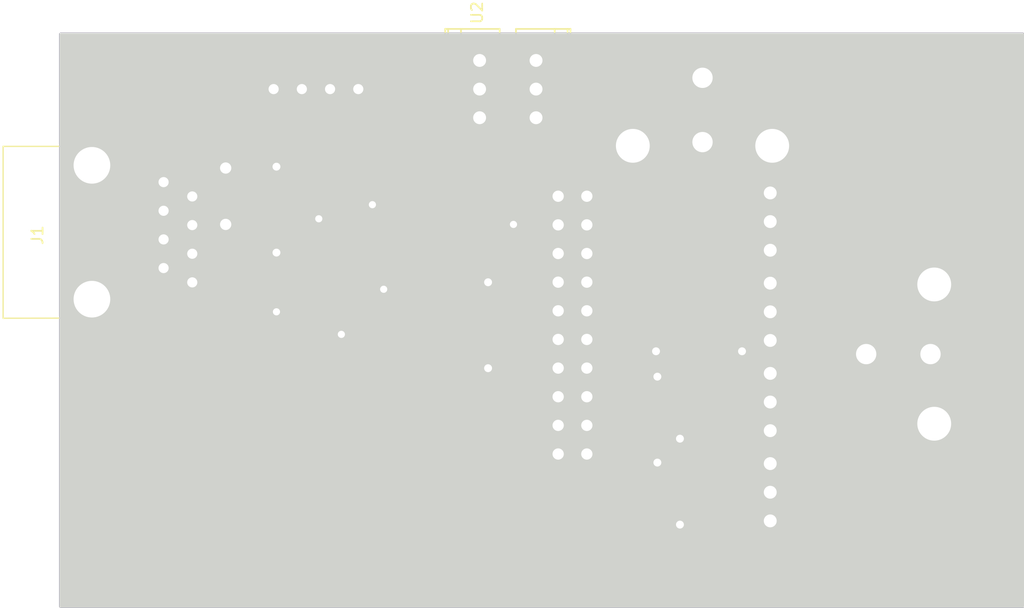
<source format=kicad_pcb>
(kicad_pcb (version 4) (host pcbnew 4.0.7-e1-6374~58~ubuntu14.04.1)

  (general
    (links 40)
    (no_connects 0)
    (area 58.500999 12.7 167.202 86.000001)
    (thickness 1.6)
    (drawings 2)
    (tracks 171)
    (zones 0)
    (modules 17)
    (nets 24)
  )

  (page A3)
  (layers
    (0 F.Cu signal)
    (31 B.Cu signal)
    (33 F.Adhes user hide)
    (35 F.Paste user hide)
    (37 F.SilkS user)
    (39 F.Mask user)
    (44 Edge.Cuts user hide)
  )

  (setup
    (last_trace_width 1.8)
    (user_trace_width 1.9)
    (user_trace_width 6)
    (trace_clearance 0.254)
    (zone_clearance 0.508)
    (zone_45_only no)
    (trace_min 0.15)
    (segment_width 0.2)
    (edge_width 0.1)
    (via_size 0.889)
    (via_drill 0.635)
    (via_min_size 0.889)
    (via_min_drill 0.508)
    (uvia_size 0.508)
    (uvia_drill 0.127)
    (uvias_allowed no)
    (uvia_min_size 0.508)
    (uvia_min_drill 0.127)
    (pcb_text_width 0.3)
    (pcb_text_size 1.5 1.5)
    (mod_edge_width 0.15)
    (mod_text_size 1 1)
    (mod_text_width 0.15)
    (pad_size 3.64998 3.64998)
    (pad_drill 3.2512)
    (pad_to_mask_clearance 0)
    (aux_axis_origin 0 0)
    (visible_elements FFFFFFBF)
    (pcbplotparams
      (layerselection 0x010aa_80000001)
      (usegerberextensions false)
      (excludeedgelayer true)
      (linewidth 0.100000)
      (plotframeref false)
      (viasonmask false)
      (mode 1)
      (useauxorigin false)
      (hpglpennumber 1)
      (hpglpenspeed 20)
      (hpglpendiameter 15)
      (hpglpenoverlay 2)
      (psnegative false)
      (psa4output false)
      (plotreference true)
      (plotvalue true)
      (plotinvisibletext false)
      (padsonsilk false)
      (subtractmaskfromsilk false)
      (outputformat 1)
      (mirror false)
      (drillshape 0)
      (scaleselection 1)
      (outputdirectory gcode/out/))
  )

  (net 0 "")
  (net 1 "Net-(C1-Pad1)")
  (net 2 "Net-(C1-Pad2)")
  (net 3 "Net-(H1-Pad3)")
  (net 4 "Net-(H1-Pad7)")
  (net 5 "Net-(H1-Pad8)")
  (net 6 "Net-(H1-Pad9)")
  (net 7 "Net-(H1-Pad11)")
  (net 8 "Net-(H1-Pad12)")
  (net 9 "Net-(H1-Pad13)")
  (net 10 "Net-(H1-Pad14)")
  (net 11 "Net-(H1-Pad15)")
  (net 12 "Net-(H1-Pad17)")
  (net 13 "Net-(H1-Pad18)")
  (net 14 "Net-(H1-Pad19)")
  (net 15 "Net-(H1-Pad20)")
  (net 16 "Net-(P1-Pad1)")
  (net 17 "Net-(P1-Pad2)")
  (net 18 GND)
  (net 19 "Net-(J1-Pad1)")
  (net 20 "Net-(J1-Pad5)")
  (net 21 "Net-(J1-Pad6)")
  (net 22 "Net-(H1-Pad2)")
  (net 23 "Net-(U1-PadGND)")

  (net_class Default "This is the default net class."
    (clearance 0.254)
    (trace_width 1.8)
    (via_dia 0.889)
    (via_drill 0.635)
    (uvia_dia 0.508)
    (uvia_drill 0.127)
    (add_net GND)
    (add_net "Net-(C1-Pad1)")
    (add_net "Net-(C1-Pad2)")
    (add_net "Net-(H1-Pad11)")
    (add_net "Net-(H1-Pad12)")
    (add_net "Net-(H1-Pad13)")
    (add_net "Net-(H1-Pad14)")
    (add_net "Net-(H1-Pad15)")
    (add_net "Net-(H1-Pad17)")
    (add_net "Net-(H1-Pad18)")
    (add_net "Net-(H1-Pad19)")
    (add_net "Net-(H1-Pad2)")
    (add_net "Net-(H1-Pad20)")
    (add_net "Net-(H1-Pad3)")
    (add_net "Net-(H1-Pad7)")
    (add_net "Net-(H1-Pad8)")
    (add_net "Net-(H1-Pad9)")
    (add_net "Net-(J1-Pad1)")
    (add_net "Net-(J1-Pad5)")
    (add_net "Net-(J1-Pad6)")
    (add_net "Net-(P1-Pad1)")
    (add_net "Net-(P1-Pad2)")
    (add_net "Net-(U1-PadGND)")
  )

  (net_class 19 ""
    (clearance 0.254)
    (trace_width 1.8)
    (via_dia 0.889)
    (via_drill 0.635)
    (uvia_dia 0.508)
    (uvia_drill 0.127)
  )

  (net_class HVolt ""
    (clearance 0.254)
    (trace_width 40.49)
    (via_dia 0.889)
    (via_drill 0.635)
    (uvia_dia 0.508)
    (uvia_drill 0.127)
  )

  (net_class signal ""
    (clearance 0.254)
    (trace_width 1)
    (via_dia 0.889)
    (via_drill 0.635)
    (uvia_dia 0.508)
    (uvia_drill 0.127)
  )

  (module Capacitors_THT:CP_Radial_D10.0mm_P5.00mm (layer F.Cu) (tedit 597BC7C2) (tstamp 59BB0BC6)
    (at 78.75 52 90)
    (descr "CP, Radial series, Radial, pin pitch=5.00mm, , diameter=10mm, Electrolytic Capacitor")
    (tags "CP Radial series Radial pin pitch 5.00mm  diameter 10mm Electrolytic Capacitor")
    (path /597B707A)
    (fp_text reference C1 (at 2.5 -6.31 90) (layer F.SilkS)
      (effects (font (size 1 1) (thickness 0.15)))
    )
    (fp_text value C (at 2.5 6.31 90) (layer F.Fab)
      (effects (font (size 1 1) (thickness 0.15)))
    )
    (fp_arc (start 2.5 0) (end -2.399357 -1.38) (angle 148.5) (layer F.SilkS) (width 0.12))
    (fp_arc (start 2.5 0) (end -2.399357 1.38) (angle -148.5) (layer F.SilkS) (width 0.12))
    (fp_arc (start 2.5 0) (end 7.399357 -1.38) (angle 31.5) (layer F.SilkS) (width 0.12))
    (fp_circle (center 2.5 0) (end 7.5 0) (layer F.Fab) (width 0.1))
    (fp_line (start -2.7 0) (end -1.2 0) (layer F.Fab) (width 0.1))
    (fp_line (start -1.95 -0.75) (end -1.95 0.75) (layer F.Fab) (width 0.1))
    (fp_line (start 2.5 -5.05) (end 2.5 5.05) (layer F.SilkS) (width 0.12))
    (fp_line (start 2.54 -5.05) (end 2.54 5.05) (layer F.SilkS) (width 0.12))
    (fp_line (start 2.58 -5.05) (end 2.58 5.05) (layer F.SilkS) (width 0.12))
    (fp_line (start 2.62 -5.049) (end 2.62 5.049) (layer F.SilkS) (width 0.12))
    (fp_line (start 2.66 -5.048) (end 2.66 5.048) (layer F.SilkS) (width 0.12))
    (fp_line (start 2.7 -5.047) (end 2.7 5.047) (layer F.SilkS) (width 0.12))
    (fp_line (start 2.74 -5.045) (end 2.74 5.045) (layer F.SilkS) (width 0.12))
    (fp_line (start 2.78 -5.043) (end 2.78 5.043) (layer F.SilkS) (width 0.12))
    (fp_line (start 2.82 -5.04) (end 2.82 5.04) (layer F.SilkS) (width 0.12))
    (fp_line (start 2.86 -5.038) (end 2.86 5.038) (layer F.SilkS) (width 0.12))
    (fp_line (start 2.9 -5.035) (end 2.9 5.035) (layer F.SilkS) (width 0.12))
    (fp_line (start 2.94 -5.031) (end 2.94 5.031) (layer F.SilkS) (width 0.12))
    (fp_line (start 2.98 -5.028) (end 2.98 5.028) (layer F.SilkS) (width 0.12))
    (fp_line (start 3.02 -5.024) (end 3.02 5.024) (layer F.SilkS) (width 0.12))
    (fp_line (start 3.06 -5.02) (end 3.06 5.02) (layer F.SilkS) (width 0.12))
    (fp_line (start 3.1 -5.015) (end 3.1 5.015) (layer F.SilkS) (width 0.12))
    (fp_line (start 3.14 -5.01) (end 3.14 5.01) (layer F.SilkS) (width 0.12))
    (fp_line (start 3.18 -5.005) (end 3.18 5.005) (layer F.SilkS) (width 0.12))
    (fp_line (start 3.221 -4.999) (end 3.221 4.999) (layer F.SilkS) (width 0.12))
    (fp_line (start 3.261 -4.993) (end 3.261 4.993) (layer F.SilkS) (width 0.12))
    (fp_line (start 3.301 -4.987) (end 3.301 4.987) (layer F.SilkS) (width 0.12))
    (fp_line (start 3.341 -4.981) (end 3.341 4.981) (layer F.SilkS) (width 0.12))
    (fp_line (start 3.381 -4.974) (end 3.381 4.974) (layer F.SilkS) (width 0.12))
    (fp_line (start 3.421 -4.967) (end 3.421 4.967) (layer F.SilkS) (width 0.12))
    (fp_line (start 3.461 -4.959) (end 3.461 4.959) (layer F.SilkS) (width 0.12))
    (fp_line (start 3.501 -4.951) (end 3.501 4.951) (layer F.SilkS) (width 0.12))
    (fp_line (start 3.541 -4.943) (end 3.541 4.943) (layer F.SilkS) (width 0.12))
    (fp_line (start 3.581 -4.935) (end 3.581 4.935) (layer F.SilkS) (width 0.12))
    (fp_line (start 3.621 -4.926) (end 3.621 4.926) (layer F.SilkS) (width 0.12))
    (fp_line (start 3.661 -4.917) (end 3.661 4.917) (layer F.SilkS) (width 0.12))
    (fp_line (start 3.701 -4.907) (end 3.701 4.907) (layer F.SilkS) (width 0.12))
    (fp_line (start 3.741 -4.897) (end 3.741 4.897) (layer F.SilkS) (width 0.12))
    (fp_line (start 3.781 -4.887) (end 3.781 4.887) (layer F.SilkS) (width 0.12))
    (fp_line (start 3.821 -4.876) (end 3.821 -1.181) (layer F.SilkS) (width 0.12))
    (fp_line (start 3.821 1.181) (end 3.821 4.876) (layer F.SilkS) (width 0.12))
    (fp_line (start 3.861 -4.865) (end 3.861 -1.181) (layer F.SilkS) (width 0.12))
    (fp_line (start 3.861 1.181) (end 3.861 4.865) (layer F.SilkS) (width 0.12))
    (fp_line (start 3.901 -4.854) (end 3.901 -1.181) (layer F.SilkS) (width 0.12))
    (fp_line (start 3.901 1.181) (end 3.901 4.854) (layer F.SilkS) (width 0.12))
    (fp_line (start 3.941 -4.843) (end 3.941 -1.181) (layer F.SilkS) (width 0.12))
    (fp_line (start 3.941 1.181) (end 3.941 4.843) (layer F.SilkS) (width 0.12))
    (fp_line (start 3.981 -4.831) (end 3.981 -1.181) (layer F.SilkS) (width 0.12))
    (fp_line (start 3.981 1.181) (end 3.981 4.831) (layer F.SilkS) (width 0.12))
    (fp_line (start 4.021 -4.818) (end 4.021 -1.181) (layer F.SilkS) (width 0.12))
    (fp_line (start 4.021 1.181) (end 4.021 4.818) (layer F.SilkS) (width 0.12))
    (fp_line (start 4.061 -4.806) (end 4.061 -1.181) (layer F.SilkS) (width 0.12))
    (fp_line (start 4.061 1.181) (end 4.061 4.806) (layer F.SilkS) (width 0.12))
    (fp_line (start 4.101 -4.792) (end 4.101 -1.181) (layer F.SilkS) (width 0.12))
    (fp_line (start 4.101 1.181) (end 4.101 4.792) (layer F.SilkS) (width 0.12))
    (fp_line (start 4.141 -4.779) (end 4.141 -1.181) (layer F.SilkS) (width 0.12))
    (fp_line (start 4.141 1.181) (end 4.141 4.779) (layer F.SilkS) (width 0.12))
    (fp_line (start 4.181 -4.765) (end 4.181 -1.181) (layer F.SilkS) (width 0.12))
    (fp_line (start 4.181 1.181) (end 4.181 4.765) (layer F.SilkS) (width 0.12))
    (fp_line (start 4.221 -4.751) (end 4.221 -1.181) (layer F.SilkS) (width 0.12))
    (fp_line (start 4.221 1.181) (end 4.221 4.751) (layer F.SilkS) (width 0.12))
    (fp_line (start 4.261 -4.737) (end 4.261 -1.181) (layer F.SilkS) (width 0.12))
    (fp_line (start 4.261 1.181) (end 4.261 4.737) (layer F.SilkS) (width 0.12))
    (fp_line (start 4.301 -4.722) (end 4.301 -1.181) (layer F.SilkS) (width 0.12))
    (fp_line (start 4.301 1.181) (end 4.301 4.722) (layer F.SilkS) (width 0.12))
    (fp_line (start 4.341 -4.706) (end 4.341 -1.181) (layer F.SilkS) (width 0.12))
    (fp_line (start 4.341 1.181) (end 4.341 4.706) (layer F.SilkS) (width 0.12))
    (fp_line (start 4.381 -4.691) (end 4.381 -1.181) (layer F.SilkS) (width 0.12))
    (fp_line (start 4.381 1.181) (end 4.381 4.691) (layer F.SilkS) (width 0.12))
    (fp_line (start 4.421 -4.674) (end 4.421 -1.181) (layer F.SilkS) (width 0.12))
    (fp_line (start 4.421 1.181) (end 4.421 4.674) (layer F.SilkS) (width 0.12))
    (fp_line (start 4.461 -4.658) (end 4.461 -1.181) (layer F.SilkS) (width 0.12))
    (fp_line (start 4.461 1.181) (end 4.461 4.658) (layer F.SilkS) (width 0.12))
    (fp_line (start 4.501 -4.641) (end 4.501 -1.181) (layer F.SilkS) (width 0.12))
    (fp_line (start 4.501 1.181) (end 4.501 4.641) (layer F.SilkS) (width 0.12))
    (fp_line (start 4.541 -4.624) (end 4.541 -1.181) (layer F.SilkS) (width 0.12))
    (fp_line (start 4.541 1.181) (end 4.541 4.624) (layer F.SilkS) (width 0.12))
    (fp_line (start 4.581 -4.606) (end 4.581 -1.181) (layer F.SilkS) (width 0.12))
    (fp_line (start 4.581 1.181) (end 4.581 4.606) (layer F.SilkS) (width 0.12))
    (fp_line (start 4.621 -4.588) (end 4.621 -1.181) (layer F.SilkS) (width 0.12))
    (fp_line (start 4.621 1.181) (end 4.621 4.588) (layer F.SilkS) (width 0.12))
    (fp_line (start 4.661 -4.569) (end 4.661 -1.181) (layer F.SilkS) (width 0.12))
    (fp_line (start 4.661 1.181) (end 4.661 4.569) (layer F.SilkS) (width 0.12))
    (fp_line (start 4.701 -4.55) (end 4.701 -1.181) (layer F.SilkS) (width 0.12))
    (fp_line (start 4.701 1.181) (end 4.701 4.55) (layer F.SilkS) (width 0.12))
    (fp_line (start 4.741 -4.531) (end 4.741 -1.181) (layer F.SilkS) (width 0.12))
    (fp_line (start 4.741 1.181) (end 4.741 4.531) (layer F.SilkS) (width 0.12))
    (fp_line (start 4.781 -4.511) (end 4.781 -1.181) (layer F.SilkS) (width 0.12))
    (fp_line (start 4.781 1.181) (end 4.781 4.511) (layer F.SilkS) (width 0.12))
    (fp_line (start 4.821 -4.491) (end 4.821 -1.181) (layer F.SilkS) (width 0.12))
    (fp_line (start 4.821 1.181) (end 4.821 4.491) (layer F.SilkS) (width 0.12))
    (fp_line (start 4.861 -4.47) (end 4.861 -1.181) (layer F.SilkS) (width 0.12))
    (fp_line (start 4.861 1.181) (end 4.861 4.47) (layer F.SilkS) (width 0.12))
    (fp_line (start 4.901 -4.449) (end 4.901 -1.181) (layer F.SilkS) (width 0.12))
    (fp_line (start 4.901 1.181) (end 4.901 4.449) (layer F.SilkS) (width 0.12))
    (fp_line (start 4.941 -4.428) (end 4.941 -1.181) (layer F.SilkS) (width 0.12))
    (fp_line (start 4.941 1.181) (end 4.941 4.428) (layer F.SilkS) (width 0.12))
    (fp_line (start 4.981 -4.405) (end 4.981 -1.181) (layer F.SilkS) (width 0.12))
    (fp_line (start 4.981 1.181) (end 4.981 4.405) (layer F.SilkS) (width 0.12))
    (fp_line (start 5.021 -4.383) (end 5.021 -1.181) (layer F.SilkS) (width 0.12))
    (fp_line (start 5.021 1.181) (end 5.021 4.383) (layer F.SilkS) (width 0.12))
    (fp_line (start 5.061 -4.36) (end 5.061 -1.181) (layer F.SilkS) (width 0.12))
    (fp_line (start 5.061 1.181) (end 5.061 4.36) (layer F.SilkS) (width 0.12))
    (fp_line (start 5.101 -4.336) (end 5.101 -1.181) (layer F.SilkS) (width 0.12))
    (fp_line (start 5.101 1.181) (end 5.101 4.336) (layer F.SilkS) (width 0.12))
    (fp_line (start 5.141 -4.312) (end 5.141 -1.181) (layer F.SilkS) (width 0.12))
    (fp_line (start 5.141 1.181) (end 5.141 4.312) (layer F.SilkS) (width 0.12))
    (fp_line (start 5.181 -4.288) (end 5.181 -1.181) (layer F.SilkS) (width 0.12))
    (fp_line (start 5.181 1.181) (end 5.181 4.288) (layer F.SilkS) (width 0.12))
    (fp_line (start 5.221 -4.263) (end 5.221 -1.181) (layer F.SilkS) (width 0.12))
    (fp_line (start 5.221 1.181) (end 5.221 4.263) (layer F.SilkS) (width 0.12))
    (fp_line (start 5.261 -4.237) (end 5.261 -1.181) (layer F.SilkS) (width 0.12))
    (fp_line (start 5.261 1.181) (end 5.261 4.237) (layer F.SilkS) (width 0.12))
    (fp_line (start 5.301 -4.211) (end 5.301 -1.181) (layer F.SilkS) (width 0.12))
    (fp_line (start 5.301 1.181) (end 5.301 4.211) (layer F.SilkS) (width 0.12))
    (fp_line (start 5.341 -4.185) (end 5.341 -1.181) (layer F.SilkS) (width 0.12))
    (fp_line (start 5.341 1.181) (end 5.341 4.185) (layer F.SilkS) (width 0.12))
    (fp_line (start 5.381 -4.157) (end 5.381 -1.181) (layer F.SilkS) (width 0.12))
    (fp_line (start 5.381 1.181) (end 5.381 4.157) (layer F.SilkS) (width 0.12))
    (fp_line (start 5.421 -4.13) (end 5.421 -1.181) (layer F.SilkS) (width 0.12))
    (fp_line (start 5.421 1.181) (end 5.421 4.13) (layer F.SilkS) (width 0.12))
    (fp_line (start 5.461 -4.101) (end 5.461 -1.181) (layer F.SilkS) (width 0.12))
    (fp_line (start 5.461 1.181) (end 5.461 4.101) (layer F.SilkS) (width 0.12))
    (fp_line (start 5.501 -4.072) (end 5.501 -1.181) (layer F.SilkS) (width 0.12))
    (fp_line (start 5.501 1.181) (end 5.501 4.072) (layer F.SilkS) (width 0.12))
    (fp_line (start 5.541 -4.043) (end 5.541 -1.181) (layer F.SilkS) (width 0.12))
    (fp_line (start 5.541 1.181) (end 5.541 4.043) (layer F.SilkS) (width 0.12))
    (fp_line (start 5.581 -4.013) (end 5.581 -1.181) (layer F.SilkS) (width 0.12))
    (fp_line (start 5.581 1.181) (end 5.581 4.013) (layer F.SilkS) (width 0.12))
    (fp_line (start 5.621 -3.982) (end 5.621 -1.181) (layer F.SilkS) (width 0.12))
    (fp_line (start 5.621 1.181) (end 5.621 3.982) (layer F.SilkS) (width 0.12))
    (fp_line (start 5.661 -3.951) (end 5.661 -1.181) (layer F.SilkS) (width 0.12))
    (fp_line (start 5.661 1.181) (end 5.661 3.951) (layer F.SilkS) (width 0.12))
    (fp_line (start 5.701 -3.919) (end 5.701 -1.181) (layer F.SilkS) (width 0.12))
    (fp_line (start 5.701 1.181) (end 5.701 3.919) (layer F.SilkS) (width 0.12))
    (fp_line (start 5.741 -3.886) (end 5.741 -1.181) (layer F.SilkS) (width 0.12))
    (fp_line (start 5.741 1.181) (end 5.741 3.886) (layer F.SilkS) (width 0.12))
    (fp_line (start 5.781 -3.853) (end 5.781 -1.181) (layer F.SilkS) (width 0.12))
    (fp_line (start 5.781 1.181) (end 5.781 3.853) (layer F.SilkS) (width 0.12))
    (fp_line (start 5.821 -3.819) (end 5.821 -1.181) (layer F.SilkS) (width 0.12))
    (fp_line (start 5.821 1.181) (end 5.821 3.819) (layer F.SilkS) (width 0.12))
    (fp_line (start 5.861 -3.784) (end 5.861 -1.181) (layer F.SilkS) (width 0.12))
    (fp_line (start 5.861 1.181) (end 5.861 3.784) (layer F.SilkS) (width 0.12))
    (fp_line (start 5.901 -3.748) (end 5.901 -1.181) (layer F.SilkS) (width 0.12))
    (fp_line (start 5.901 1.181) (end 5.901 3.748) (layer F.SilkS) (width 0.12))
    (fp_line (start 5.941 -3.712) (end 5.941 -1.181) (layer F.SilkS) (width 0.12))
    (fp_line (start 5.941 1.181) (end 5.941 3.712) (layer F.SilkS) (width 0.12))
    (fp_line (start 5.981 -3.675) (end 5.981 -1.181) (layer F.SilkS) (width 0.12))
    (fp_line (start 5.981 1.181) (end 5.981 3.675) (layer F.SilkS) (width 0.12))
    (fp_line (start 6.021 -3.637) (end 6.021 -1.181) (layer F.SilkS) (width 0.12))
    (fp_line (start 6.021 1.181) (end 6.021 3.637) (layer F.SilkS) (width 0.12))
    (fp_line (start 6.061 -3.598) (end 6.061 -1.181) (layer F.SilkS) (width 0.12))
    (fp_line (start 6.061 1.181) (end 6.061 3.598) (layer F.SilkS) (width 0.12))
    (fp_line (start 6.101 -3.559) (end 6.101 -1.181) (layer F.SilkS) (width 0.12))
    (fp_line (start 6.101 1.181) (end 6.101 3.559) (layer F.SilkS) (width 0.12))
    (fp_line (start 6.141 -3.518) (end 6.141 -1.181) (layer F.SilkS) (width 0.12))
    (fp_line (start 6.141 1.181) (end 6.141 3.518) (layer F.SilkS) (width 0.12))
    (fp_line (start 6.181 -3.477) (end 6.181 3.477) (layer F.SilkS) (width 0.12))
    (fp_line (start 6.221 -3.435) (end 6.221 3.435) (layer F.SilkS) (width 0.12))
    (fp_line (start 6.261 -3.391) (end 6.261 3.391) (layer F.SilkS) (width 0.12))
    (fp_line (start 6.301 -3.347) (end 6.301 3.347) (layer F.SilkS) (width 0.12))
    (fp_line (start 6.341 -3.302) (end 6.341 3.302) (layer F.SilkS) (width 0.12))
    (fp_line (start 6.381 -3.255) (end 6.381 3.255) (layer F.SilkS) (width 0.12))
    (fp_line (start 6.421 -3.207) (end 6.421 3.207) (layer F.SilkS) (width 0.12))
    (fp_line (start 6.461 -3.158) (end 6.461 3.158) (layer F.SilkS) (width 0.12))
    (fp_line (start 6.501 -3.108) (end 6.501 3.108) (layer F.SilkS) (width 0.12))
    (fp_line (start 6.541 -3.057) (end 6.541 3.057) (layer F.SilkS) (width 0.12))
    (fp_line (start 6.581 -3.004) (end 6.581 3.004) (layer F.SilkS) (width 0.12))
    (fp_line (start 6.621 -2.949) (end 6.621 2.949) (layer F.SilkS) (width 0.12))
    (fp_line (start 6.661 -2.894) (end 6.661 2.894) (layer F.SilkS) (width 0.12))
    (fp_line (start 6.701 -2.836) (end 6.701 2.836) (layer F.SilkS) (width 0.12))
    (fp_line (start 6.741 -2.777) (end 6.741 2.777) (layer F.SilkS) (width 0.12))
    (fp_line (start 6.781 -2.715) (end 6.781 2.715) (layer F.SilkS) (width 0.12))
    (fp_line (start 6.821 -2.652) (end 6.821 2.652) (layer F.SilkS) (width 0.12))
    (fp_line (start 6.861 -2.587) (end 6.861 2.587) (layer F.SilkS) (width 0.12))
    (fp_line (start 6.901 -2.519) (end 6.901 2.519) (layer F.SilkS) (width 0.12))
    (fp_line (start 6.941 -2.449) (end 6.941 2.449) (layer F.SilkS) (width 0.12))
    (fp_line (start 6.981 -2.377) (end 6.981 2.377) (layer F.SilkS) (width 0.12))
    (fp_line (start 7.021 -2.301) (end 7.021 2.301) (layer F.SilkS) (width 0.12))
    (fp_line (start 7.061 -2.222) (end 7.061 2.222) (layer F.SilkS) (width 0.12))
    (fp_line (start 7.101 -2.14) (end 7.101 2.14) (layer F.SilkS) (width 0.12))
    (fp_line (start 7.141 -2.053) (end 7.141 2.053) (layer F.SilkS) (width 0.12))
    (fp_line (start 7.181 -1.962) (end 7.181 1.962) (layer F.SilkS) (width 0.12))
    (fp_line (start 7.221 -1.866) (end 7.221 1.866) (layer F.SilkS) (width 0.12))
    (fp_line (start 7.261 -1.763) (end 7.261 1.763) (layer F.SilkS) (width 0.12))
    (fp_line (start 7.301 -1.654) (end 7.301 1.654) (layer F.SilkS) (width 0.12))
    (fp_line (start 7.341 -1.536) (end 7.341 1.536) (layer F.SilkS) (width 0.12))
    (fp_line (start 7.381 -1.407) (end 7.381 1.407) (layer F.SilkS) (width 0.12))
    (fp_line (start 7.421 -1.265) (end 7.421 1.265) (layer F.SilkS) (width 0.12))
    (fp_line (start 7.461 -1.104) (end 7.461 1.104) (layer F.SilkS) (width 0.12))
    (fp_line (start 7.501 -0.913) (end 7.501 0.913) (layer F.SilkS) (width 0.12))
    (fp_line (start 7.541 -0.672) (end 7.541 0.672) (layer F.SilkS) (width 0.12))
    (fp_line (start 7.581 -0.279) (end 7.581 0.279) (layer F.SilkS) (width 0.12))
    (fp_line (start -2.7 0) (end -1.2 0) (layer F.SilkS) (width 0.12))
    (fp_line (start -1.95 -0.75) (end -1.95 0.75) (layer F.SilkS) (width 0.12))
    (fp_line (start -2.85 -5.35) (end -2.85 5.35) (layer F.CrtYd) (width 0.05))
    (fp_line (start -2.85 5.35) (end 7.85 5.35) (layer F.CrtYd) (width 0.05))
    (fp_line (start 7.85 5.35) (end 7.85 -5.35) (layer F.CrtYd) (width 0.05))
    (fp_line (start 7.85 -5.35) (end -2.85 -5.35) (layer F.CrtYd) (width 0.05))
    (fp_text user %R (at 2.5 0 90) (layer F.Fab)
      (effects (font (size 1 1) (thickness 0.15)))
    )
    (pad 1 thru_hole rect (at 0 0 90) (size 2 2) (drill 1) (layers *.Cu *.Mask)
      (net 1 "Net-(C1-Pad1)"))
    (pad 2 thru_hole circle (at 5 0 90) (size 2 2) (drill 1) (layers *.Cu *.Mask)
      (net 2 "Net-(C1-Pad2)"))
    (model ${KISYS3DMOD}/Capacitors_THT.3dshapes/CP_Radial_D10.0mm_P5.00mm.wrl
      (at (xyz 0 0 0))
      (scale (xyz 1 1 1))
      (rotate (xyz 0 0 0))
    )
  )

  (module Socket_Strips:Socket_Strip_Straight_2x10_Pitch2.54mm (layer F.Cu) (tedit 58CD5449) (tstamp 59BB067B)
    (at 110.75 49.5)
    (descr "Through hole straight socket strip, 2x10, 2.54mm pitch, double rows")
    (tags "Through hole socket strip THT 2x10 2.54mm double row")
    (path /597B6FFD)
    (fp_text reference H1 (at -1.27 -2.33) (layer F.SilkS)
      (effects (font (size 1 1) (thickness 0.15)))
    )
    (fp_text value HIP4080A (at -1.27 25.19) (layer F.Fab)
      (effects (font (size 1 1) (thickness 0.15)))
    )
    (fp_line (start -3.81 -1.27) (end -3.81 24.13) (layer F.Fab) (width 0.1))
    (fp_line (start -3.81 24.13) (end 1.27 24.13) (layer F.Fab) (width 0.1))
    (fp_line (start 1.27 24.13) (end 1.27 -1.27) (layer F.Fab) (width 0.1))
    (fp_line (start 1.27 -1.27) (end -3.81 -1.27) (layer F.Fab) (width 0.1))
    (fp_line (start 1.33 1.27) (end 1.33 24.19) (layer F.SilkS) (width 0.12))
    (fp_line (start 1.33 24.19) (end -3.87 24.19) (layer F.SilkS) (width 0.12))
    (fp_line (start -3.87 24.19) (end -3.87 -1.33) (layer F.SilkS) (width 0.12))
    (fp_line (start -3.87 -1.33) (end -1.27 -1.33) (layer F.SilkS) (width 0.12))
    (fp_line (start -1.27 -1.33) (end -1.27 1.27) (layer F.SilkS) (width 0.12))
    (fp_line (start -1.27 1.27) (end 1.33 1.27) (layer F.SilkS) (width 0.12))
    (fp_line (start 1.33 0) (end 1.33 -1.33) (layer F.SilkS) (width 0.12))
    (fp_line (start 1.33 -1.33) (end 0.06 -1.33) (layer F.SilkS) (width 0.12))
    (fp_line (start -4.35 -1.8) (end -4.35 24.65) (layer F.CrtYd) (width 0.05))
    (fp_line (start -4.35 24.65) (end 1.8 24.65) (layer F.CrtYd) (width 0.05))
    (fp_line (start 1.8 24.65) (end 1.8 -1.8) (layer F.CrtYd) (width 0.05))
    (fp_line (start 1.8 -1.8) (end -4.35 -1.8) (layer F.CrtYd) (width 0.05))
    (fp_text user %R (at -1.27 -2.33) (layer F.Fab)
      (effects (font (size 1 1) (thickness 0.15)))
    )
    (pad 1 thru_hole rect (at 0 0) (size 1.7 1.7) (drill 1) (layers *.Cu *.Mask))
    (pad 2 thru_hole oval (at -2.54 0) (size 1.7 1.7) (drill 1) (layers *.Cu *.Mask)
      (net 22 "Net-(H1-Pad2)"))
    (pad 3 thru_hole oval (at 0 2.54) (size 1.7 1.7) (drill 1) (layers *.Cu *.Mask)
      (net 3 "Net-(H1-Pad3)"))
    (pad 4 thru_hole oval (at -2.54 2.54) (size 1.7 1.7) (drill 1) (layers *.Cu *.Mask)
      (net 18 GND))
    (pad 5 thru_hole oval (at 0 5.08) (size 1.7 1.7) (drill 1) (layers *.Cu *.Mask)
      (net 2 "Net-(C1-Pad2)"))
    (pad 6 thru_hole oval (at -2.54 5.08) (size 1.7 1.7) (drill 1) (layers *.Cu *.Mask)
      (net 1 "Net-(C1-Pad1)"))
    (pad 7 thru_hole oval (at 0 7.62) (size 1.7 1.7) (drill 1) (layers *.Cu *.Mask)
      (net 4 "Net-(H1-Pad7)"))
    (pad 8 thru_hole oval (at -2.54 7.62) (size 1.7 1.7) (drill 1) (layers *.Cu *.Mask)
      (net 5 "Net-(H1-Pad8)"))
    (pad 9 thru_hole oval (at 0 10.16) (size 1.7 1.7) (drill 1) (layers *.Cu *.Mask)
      (net 6 "Net-(H1-Pad9)"))
    (pad 10 thru_hole oval (at -2.54 10.16) (size 1.7 1.7) (drill 1) (layers *.Cu *.Mask))
    (pad 11 thru_hole oval (at 0 12.7) (size 1.7 1.7) (drill 1) (layers *.Cu *.Mask)
      (net 7 "Net-(H1-Pad11)"))
    (pad 12 thru_hole oval (at -2.54 12.7) (size 1.7 1.7) (drill 1) (layers *.Cu *.Mask)
      (net 8 "Net-(H1-Pad12)"))
    (pad 13 thru_hole oval (at 0 15.24) (size 1.7 1.7) (drill 1) (layers *.Cu *.Mask)
      (net 9 "Net-(H1-Pad13)"))
    (pad 14 thru_hole oval (at -2.54 15.24) (size 1.7 1.7) (drill 1) (layers *.Cu *.Mask)
      (net 10 "Net-(H1-Pad14)"))
    (pad 15 thru_hole oval (at 0 17.78) (size 1.7 1.7) (drill 1) (layers *.Cu *.Mask)
      (net 11 "Net-(H1-Pad15)"))
    (pad 16 thru_hole oval (at -2.54 17.78) (size 1.7 1.7) (drill 1) (layers *.Cu *.Mask)
      (net 11 "Net-(H1-Pad15)"))
    (pad 17 thru_hole oval (at 0 20.32) (size 1.7 1.7) (drill 1) (layers *.Cu *.Mask)
      (net 12 "Net-(H1-Pad17)"))
    (pad 18 thru_hole oval (at -2.54 20.32) (size 1.7 1.7) (drill 1) (layers *.Cu *.Mask)
      (net 13 "Net-(H1-Pad18)"))
    (pad 19 thru_hole oval (at 0 22.86) (size 1.7 1.7) (drill 1) (layers *.Cu *.Mask)
      (net 14 "Net-(H1-Pad19)"))
    (pad 20 thru_hole oval (at -2.54 22.86) (size 1.7 1.7) (drill 1) (layers *.Cu *.Mask)
      (net 15 "Net-(H1-Pad20)"))
    (model ${KISYS3DMOD}/Socket_Strips.3dshapes/Socket_Strip_Straight_2x10_Pitch2.54mm.wrl
      (at (xyz -0.05 -0.45 0))
      (scale (xyz 1 1 1))
      (rotate (xyz 0 0 270))
    )
  )

  (module Resistors_THT:R_Axial_DIN0204_L3.6mm_D1.6mm_P7.62mm_Horizontal (layer F.Cu) (tedit 5874F706) (tstamp 59BB06C8)
    (at 102 64.75 90)
    (descr "Resistor, Axial_DIN0204 series, Axial, Horizontal, pin pitch=7.62mm, 0.16666666666666666W = 1/6W, length*diameter=3.6*1.6mm^2, http://cdn-reichelt.de/documents/datenblatt/B400/1_4W%23YAG.pdf")
    (tags "Resistor Axial_DIN0204 series Axial Horizontal pin pitch 7.62mm 0.16666666666666666W = 1/6W length 3.6mm diameter 1.6mm")
    (path /597B773E)
    (fp_text reference R1 (at 3.81 -1.86 90) (layer F.SilkS)
      (effects (font (size 1 1) (thickness 0.15)))
    )
    (fp_text value 20K (at 3.81 1.86 90) (layer F.Fab)
      (effects (font (size 1 1) (thickness 0.15)))
    )
    (fp_line (start 2.01 -0.8) (end 2.01 0.8) (layer F.Fab) (width 0.1))
    (fp_line (start 2.01 0.8) (end 5.61 0.8) (layer F.Fab) (width 0.1))
    (fp_line (start 5.61 0.8) (end 5.61 -0.8) (layer F.Fab) (width 0.1))
    (fp_line (start 5.61 -0.8) (end 2.01 -0.8) (layer F.Fab) (width 0.1))
    (fp_line (start 0 0) (end 2.01 0) (layer F.Fab) (width 0.1))
    (fp_line (start 7.62 0) (end 5.61 0) (layer F.Fab) (width 0.1))
    (fp_line (start 1.95 -0.86) (end 1.95 0.86) (layer F.SilkS) (width 0.12))
    (fp_line (start 1.95 0.86) (end 5.67 0.86) (layer F.SilkS) (width 0.12))
    (fp_line (start 5.67 0.86) (end 5.67 -0.86) (layer F.SilkS) (width 0.12))
    (fp_line (start 5.67 -0.86) (end 1.95 -0.86) (layer F.SilkS) (width 0.12))
    (fp_line (start 0.88 0) (end 1.95 0) (layer F.SilkS) (width 0.12))
    (fp_line (start 6.74 0) (end 5.67 0) (layer F.SilkS) (width 0.12))
    (fp_line (start -0.95 -1.15) (end -0.95 1.15) (layer F.CrtYd) (width 0.05))
    (fp_line (start -0.95 1.15) (end 8.6 1.15) (layer F.CrtYd) (width 0.05))
    (fp_line (start 8.6 1.15) (end 8.6 -1.15) (layer F.CrtYd) (width 0.05))
    (fp_line (start 8.6 -1.15) (end -0.95 -1.15) (layer F.CrtYd) (width 0.05))
    (pad 1 thru_hole circle (at 0 0 90) (size 1.4 1.4) (drill 0.7) (layers *.Cu *.Mask)
      (net 18 GND))
    (pad 2 thru_hole oval (at 7.62 0 90) (size 1.4 1.4) (drill 0.7) (layers *.Cu *.Mask)
      (net 5 "Net-(H1-Pad8)"))
    (model ${KISYS3DMOD}/Resistors_THT.3dshapes/R_Axial_DIN0204_L3.6mm_D1.6mm_P7.62mm_Horizontal.wrl
      (at (xyz 0 0 0))
      (scale (xyz 0.393701 0.393701 0.393701))
      (rotate (xyz 0 0 0))
    )
  )

  (module Resistors_THT:R_Axial_DIN0204_L3.6mm_D1.6mm_P7.62mm_Horizontal (layer F.Cu) (tedit 5874F706) (tstamp 59BB06CE)
    (at 124.5 63.25 180)
    (descr "Resistor, Axial_DIN0204 series, Axial, Horizontal, pin pitch=7.62mm, 0.16666666666666666W = 1/6W, length*diameter=3.6*1.6mm^2, http://cdn-reichelt.de/documents/datenblatt/B400/1_4W%23YAG.pdf")
    (tags "Resistor Axial_DIN0204 series Axial Horizontal pin pitch 7.62mm 0.16666666666666666W = 1/6W length 3.6mm diameter 1.6mm")
    (path /597B774D)
    (fp_text reference R2 (at 3.81 -1.86 180) (layer F.SilkS)
      (effects (font (size 1 1) (thickness 0.15)))
    )
    (fp_text value 20K (at 3.81 1.86 180) (layer F.Fab)
      (effects (font (size 1 1) (thickness 0.15)))
    )
    (fp_line (start 2.01 -0.8) (end 2.01 0.8) (layer F.Fab) (width 0.1))
    (fp_line (start 2.01 0.8) (end 5.61 0.8) (layer F.Fab) (width 0.1))
    (fp_line (start 5.61 0.8) (end 5.61 -0.8) (layer F.Fab) (width 0.1))
    (fp_line (start 5.61 -0.8) (end 2.01 -0.8) (layer F.Fab) (width 0.1))
    (fp_line (start 0 0) (end 2.01 0) (layer F.Fab) (width 0.1))
    (fp_line (start 7.62 0) (end 5.61 0) (layer F.Fab) (width 0.1))
    (fp_line (start 1.95 -0.86) (end 1.95 0.86) (layer F.SilkS) (width 0.12))
    (fp_line (start 1.95 0.86) (end 5.67 0.86) (layer F.SilkS) (width 0.12))
    (fp_line (start 5.67 0.86) (end 5.67 -0.86) (layer F.SilkS) (width 0.12))
    (fp_line (start 5.67 -0.86) (end 1.95 -0.86) (layer F.SilkS) (width 0.12))
    (fp_line (start 0.88 0) (end 1.95 0) (layer F.SilkS) (width 0.12))
    (fp_line (start 6.74 0) (end 5.67 0) (layer F.SilkS) (width 0.12))
    (fp_line (start -0.95 -1.15) (end -0.95 1.15) (layer F.CrtYd) (width 0.05))
    (fp_line (start -0.95 1.15) (end 8.6 1.15) (layer F.CrtYd) (width 0.05))
    (fp_line (start 8.6 1.15) (end 8.6 -1.15) (layer F.CrtYd) (width 0.05))
    (fp_line (start 8.6 -1.15) (end -0.95 -1.15) (layer F.CrtYd) (width 0.05))
    (pad 1 thru_hole circle (at 0 0 180) (size 1.4 1.4) (drill 0.7) (layers *.Cu *.Mask)
      (net 18 GND))
    (pad 2 thru_hole oval (at 7.62 0 180) (size 1.4 1.4) (drill 0.7) (layers *.Cu *.Mask)
      (net 6 "Net-(H1-Pad9)"))
    (model ${KISYS3DMOD}/Resistors_THT.3dshapes/R_Axial_DIN0204_L3.6mm_D1.6mm_P7.62mm_Horizontal.wrl
      (at (xyz 0 0 0))
      (scale (xyz 0.393701 0.393701 0.393701))
      (rotate (xyz 0 0 0))
    )
  )

  (module Resistors_THT:R_Axial_DIN0204_L3.6mm_D1.6mm_P7.62mm_Horizontal (layer F.Cu) (tedit 5874F706) (tstamp 59BB06D4)
    (at 83.25 54.5 90)
    (descr "Resistor, Axial_DIN0204 series, Axial, Horizontal, pin pitch=7.62mm, 0.16666666666666666W = 1/6W, length*diameter=3.6*1.6mm^2, http://cdn-reichelt.de/documents/datenblatt/B400/1_4W%23YAG.pdf")
    (tags "Resistor Axial_DIN0204 series Axial Horizontal pin pitch 7.62mm 0.16666666666666666W = 1/6W length 3.6mm diameter 1.6mm")
    (path /597B7074)
    (fp_text reference R3 (at 3.81 -1.86 90) (layer F.SilkS)
      (effects (font (size 1 1) (thickness 0.15)))
    )
    (fp_text value R (at 3.81 1.86 90) (layer F.Fab)
      (effects (font (size 1 1) (thickness 0.15)))
    )
    (fp_line (start 2.01 -0.8) (end 2.01 0.8) (layer F.Fab) (width 0.1))
    (fp_line (start 2.01 0.8) (end 5.61 0.8) (layer F.Fab) (width 0.1))
    (fp_line (start 5.61 0.8) (end 5.61 -0.8) (layer F.Fab) (width 0.1))
    (fp_line (start 5.61 -0.8) (end 2.01 -0.8) (layer F.Fab) (width 0.1))
    (fp_line (start 0 0) (end 2.01 0) (layer F.Fab) (width 0.1))
    (fp_line (start 7.62 0) (end 5.61 0) (layer F.Fab) (width 0.1))
    (fp_line (start 1.95 -0.86) (end 1.95 0.86) (layer F.SilkS) (width 0.12))
    (fp_line (start 1.95 0.86) (end 5.67 0.86) (layer F.SilkS) (width 0.12))
    (fp_line (start 5.67 0.86) (end 5.67 -0.86) (layer F.SilkS) (width 0.12))
    (fp_line (start 5.67 -0.86) (end 1.95 -0.86) (layer F.SilkS) (width 0.12))
    (fp_line (start 0.88 0) (end 1.95 0) (layer F.SilkS) (width 0.12))
    (fp_line (start 6.74 0) (end 5.67 0) (layer F.SilkS) (width 0.12))
    (fp_line (start -0.95 -1.15) (end -0.95 1.15) (layer F.CrtYd) (width 0.05))
    (fp_line (start -0.95 1.15) (end 8.6 1.15) (layer F.CrtYd) (width 0.05))
    (fp_line (start 8.6 1.15) (end 8.6 -1.15) (layer F.CrtYd) (width 0.05))
    (fp_line (start 8.6 -1.15) (end -0.95 -1.15) (layer F.CrtYd) (width 0.05))
    (pad 1 thru_hole circle (at 0 0 90) (size 1.4 1.4) (drill 0.7) (layers *.Cu *.Mask)
      (net 1 "Net-(C1-Pad1)"))
    (pad 2 thru_hole oval (at 7.62 0 90) (size 1.4 1.4) (drill 0.7) (layers *.Cu *.Mask)
      (net 2 "Net-(C1-Pad2)"))
    (model ${KISYS3DMOD}/Resistors_THT.3dshapes/R_Axial_DIN0204_L3.6mm_D1.6mm_P7.62mm_Horizontal.wrl
      (at (xyz 0 0 0))
      (scale (xyz 0.393701 0.393701 0.393701))
      (rotate (xyz 0 0 0))
    )
  )

  (module Resistors_THT:R_Axial_DIN0204_L3.6mm_D1.6mm_P7.62mm_Horizontal (layer F.Cu) (tedit 5874F706) (tstamp 59BB06DA)
    (at 117 65.5 270)
    (descr "Resistor, Axial_DIN0204 series, Axial, Horizontal, pin pitch=7.62mm, 0.16666666666666666W = 1/6W, length*diameter=3.6*1.6mm^2, http://cdn-reichelt.de/documents/datenblatt/B400/1_4W%23YAG.pdf")
    (tags "Resistor Axial_DIN0204 series Axial Horizontal pin pitch 7.62mm 0.16666666666666666W = 1/6W length 3.6mm diameter 1.6mm")
    (path /597B705D)
    (fp_text reference R4 (at 3.81 -1.86 270) (layer F.SilkS)
      (effects (font (size 1 1) (thickness 0.15)))
    )
    (fp_text value R (at 3.81 1.86 270) (layer F.Fab)
      (effects (font (size 1 1) (thickness 0.15)))
    )
    (fp_line (start 2.01 -0.8) (end 2.01 0.8) (layer F.Fab) (width 0.1))
    (fp_line (start 2.01 0.8) (end 5.61 0.8) (layer F.Fab) (width 0.1))
    (fp_line (start 5.61 0.8) (end 5.61 -0.8) (layer F.Fab) (width 0.1))
    (fp_line (start 5.61 -0.8) (end 2.01 -0.8) (layer F.Fab) (width 0.1))
    (fp_line (start 0 0) (end 2.01 0) (layer F.Fab) (width 0.1))
    (fp_line (start 7.62 0) (end 5.61 0) (layer F.Fab) (width 0.1))
    (fp_line (start 1.95 -0.86) (end 1.95 0.86) (layer F.SilkS) (width 0.12))
    (fp_line (start 1.95 0.86) (end 5.67 0.86) (layer F.SilkS) (width 0.12))
    (fp_line (start 5.67 0.86) (end 5.67 -0.86) (layer F.SilkS) (width 0.12))
    (fp_line (start 5.67 -0.86) (end 1.95 -0.86) (layer F.SilkS) (width 0.12))
    (fp_line (start 0.88 0) (end 1.95 0) (layer F.SilkS) (width 0.12))
    (fp_line (start 6.74 0) (end 5.67 0) (layer F.SilkS) (width 0.12))
    (fp_line (start -0.95 -1.15) (end -0.95 1.15) (layer F.CrtYd) (width 0.05))
    (fp_line (start -0.95 1.15) (end 8.6 1.15) (layer F.CrtYd) (width 0.05))
    (fp_line (start 8.6 1.15) (end 8.6 -1.15) (layer F.CrtYd) (width 0.05))
    (fp_line (start 8.6 -1.15) (end -0.95 -1.15) (layer F.CrtYd) (width 0.05))
    (pad 1 thru_hole circle (at 0 0 270) (size 1.4 1.4) (drill 0.7) (layers *.Cu *.Mask)
      (net 12 "Net-(H1-Pad17)"))
    (pad 2 thru_hole oval (at 7.62 0 270) (size 1.4 1.4) (drill 0.7) (layers *.Cu *.Mask)
      (net 17 "Net-(P1-Pad2)"))
    (model ${KISYS3DMOD}/Resistors_THT.3dshapes/R_Axial_DIN0204_L3.6mm_D1.6mm_P7.62mm_Horizontal.wrl
      (at (xyz 0 0 0))
      (scale (xyz 0.393701 0.393701 0.393701))
      (rotate (xyz 0 0 0))
    )
  )

  (module Resistors_THT:R_Axial_DIN0204_L3.6mm_D1.6mm_P7.62mm_Horizontal (layer F.Cu) (tedit 5874F706) (tstamp 59BB06E0)
    (at 119 71 270)
    (descr "Resistor, Axial_DIN0204 series, Axial, Horizontal, pin pitch=7.62mm, 0.16666666666666666W = 1/6W, length*diameter=3.6*1.6mm^2, http://cdn-reichelt.de/documents/datenblatt/B400/1_4W%23YAG.pdf")
    (tags "Resistor Axial_DIN0204 series Axial Horizontal pin pitch 7.62mm 0.16666666666666666W = 1/6W length 3.6mm diameter 1.6mm")
    (path /597B7057)
    (fp_text reference R5 (at 3.81 -1.86 270) (layer F.SilkS)
      (effects (font (size 1 1) (thickness 0.15)))
    )
    (fp_text value R (at 3.81 1.86 270) (layer F.Fab)
      (effects (font (size 1 1) (thickness 0.15)))
    )
    (fp_line (start 2.01 -0.8) (end 2.01 0.8) (layer F.Fab) (width 0.1))
    (fp_line (start 2.01 0.8) (end 5.61 0.8) (layer F.Fab) (width 0.1))
    (fp_line (start 5.61 0.8) (end 5.61 -0.8) (layer F.Fab) (width 0.1))
    (fp_line (start 5.61 -0.8) (end 2.01 -0.8) (layer F.Fab) (width 0.1))
    (fp_line (start 0 0) (end 2.01 0) (layer F.Fab) (width 0.1))
    (fp_line (start 7.62 0) (end 5.61 0) (layer F.Fab) (width 0.1))
    (fp_line (start 1.95 -0.86) (end 1.95 0.86) (layer F.SilkS) (width 0.12))
    (fp_line (start 1.95 0.86) (end 5.67 0.86) (layer F.SilkS) (width 0.12))
    (fp_line (start 5.67 0.86) (end 5.67 -0.86) (layer F.SilkS) (width 0.12))
    (fp_line (start 5.67 -0.86) (end 1.95 -0.86) (layer F.SilkS) (width 0.12))
    (fp_line (start 0.88 0) (end 1.95 0) (layer F.SilkS) (width 0.12))
    (fp_line (start 6.74 0) (end 5.67 0) (layer F.SilkS) (width 0.12))
    (fp_line (start -0.95 -1.15) (end -0.95 1.15) (layer F.CrtYd) (width 0.05))
    (fp_line (start -0.95 1.15) (end 8.6 1.15) (layer F.CrtYd) (width 0.05))
    (fp_line (start 8.6 1.15) (end 8.6 -1.15) (layer F.CrtYd) (width 0.05))
    (fp_line (start 8.6 -1.15) (end -0.95 -1.15) (layer F.CrtYd) (width 0.05))
    (pad 1 thru_hole circle (at 0 0 270) (size 1.4 1.4) (drill 0.7) (layers *.Cu *.Mask)
      (net 17 "Net-(P1-Pad2)"))
    (pad 2 thru_hole oval (at 7.62 0 270) (size 1.4 1.4) (drill 0.7) (layers *.Cu *.Mask)
      (net 10 "Net-(H1-Pad14)"))
    (model ${KISYS3DMOD}/Resistors_THT.3dshapes/R_Axial_DIN0204_L3.6mm_D1.6mm_P7.62mm_Horizontal.wrl
      (at (xyz 0 0 0))
      (scale (xyz 0.393701 0.393701 0.393701))
      (rotate (xyz 0 0 0))
    )
  )

  (module cpyarger:CPTO-220 (layer F.Cu) (tedit 59A4E2A3) (tstamp 59BB06E7)
    (at 106.25 40 270)
    (descr "Non Isolated JEDEC TO-220 Package")
    (tags "Power Integration YN Package")
    (path /59BAFCB3)
    (fp_text reference U1 (at 6.775 -0.225 270) (layer F.SilkS)
      (effects (font (size 1 1) (thickness 0.15)))
    )
    (fp_text value LM7812 (at 0 -4.318 270) (layer F.Fab)
      (effects (font (size 1 1) (thickness 0.15)))
    )
    (fp_line (start 4.826 -1.651) (end 4.826 1.778) (layer F.SilkS) (width 0.15))
    (fp_line (start -4.826 -1.651) (end -4.826 1.778) (layer F.SilkS) (width 0.15))
    (fp_line (start 5.334 -2.794) (end -5.334 -2.794) (layer F.SilkS) (width 0.15))
    (fp_line (start 1.778 -1.778) (end 1.778 -3.048) (layer F.SilkS) (width 0.15))
    (fp_line (start -1.778 -1.778) (end -1.778 -3.048) (layer F.SilkS) (width 0.15))
    (fp_line (start -5.334 -1.651) (end 5.334 -1.651) (layer F.SilkS) (width 0.15))
    (fp_line (start 5.334 1.778) (end -5.334 1.778) (layer F.SilkS) (width 0.15))
    (fp_line (start -5.334 -3.048) (end -5.334 1.778) (layer F.SilkS) (width 0.15))
    (fp_line (start 5.334 -3.048) (end 5.334 1.778) (layer F.SilkS) (width 0.15))
    (fp_line (start 5.334 -3.048) (end -5.334 -3.048) (layer F.SilkS) (width 0.15))
    (pad GND thru_hole oval (at 0 0 270) (size 2.032 2.54) (drill 1.143) (layers *.Cu *.Mask)
      (net 23 "Net-(U1-PadGND)"))
    (pad VO thru_hole oval (at 2.54 0 270) (size 2.032 2.54) (drill 1.143) (layers *.Cu *.Mask)
      (net 11 "Net-(H1-Pad15)"))
    (pad VI thru_hole oval (at -2.54 0 270) (size 2.032 2.54) (drill 1.143) (layers *.Cu *.Mask)
      (net 17 "Net-(P1-Pad2)"))
  )

  (module cpyarger:CPTO-220 (layer F.Cu) (tedit 59A4E2A3) (tstamp 59BB06EE)
    (at 101.25 40 90)
    (descr "Non Isolated JEDEC TO-220 Package")
    (tags "Power Integration YN Package")
    (path /59BAFD68)
    (fp_text reference U2 (at 6.775 -0.225 90) (layer F.SilkS)
      (effects (font (size 1 1) (thickness 0.15)))
    )
    (fp_text value LM7805 (at 0 -4.318 90) (layer F.Fab)
      (effects (font (size 1 1) (thickness 0.15)))
    )
    (fp_line (start 4.826 -1.651) (end 4.826 1.778) (layer F.SilkS) (width 0.15))
    (fp_line (start -4.826 -1.651) (end -4.826 1.778) (layer F.SilkS) (width 0.15))
    (fp_line (start 5.334 -2.794) (end -5.334 -2.794) (layer F.SilkS) (width 0.15))
    (fp_line (start 1.778 -1.778) (end 1.778 -3.048) (layer F.SilkS) (width 0.15))
    (fp_line (start -1.778 -1.778) (end -1.778 -3.048) (layer F.SilkS) (width 0.15))
    (fp_line (start -5.334 -1.651) (end 5.334 -1.651) (layer F.SilkS) (width 0.15))
    (fp_line (start 5.334 1.778) (end -5.334 1.778) (layer F.SilkS) (width 0.15))
    (fp_line (start -5.334 -3.048) (end -5.334 1.778) (layer F.SilkS) (width 0.15))
    (fp_line (start 5.334 -3.048) (end 5.334 1.778) (layer F.SilkS) (width 0.15))
    (fp_line (start 5.334 -3.048) (end -5.334 -3.048) (layer F.SilkS) (width 0.15))
    (pad GND thru_hole oval (at 0 0 90) (size 2.032 2.54) (drill 1.143) (layers *.Cu *.Mask)
      (net 23 "Net-(U1-PadGND)"))
    (pad VO thru_hole oval (at 2.54 0 90) (size 2.032 2.54) (drill 1.143) (layers *.Cu *.Mask)
      (net 21 "Net-(J1-Pad6)"))
    (pad VI thru_hole oval (at -2.54 0 90) (size 2.032 2.54) (drill 1.143) (layers *.Cu *.Mask)
      (net 11 "Net-(H1-Pad15)"))
  )

  (module Connectors:RJ45_8 (layer F.Cu) (tedit 0) (tstamp 59BB0BCB)
    (at 73.25 48.25 270)
    (tags RJ45)
    (path /597B7135)
    (fp_text reference J1 (at 4.7 11.18 270) (layer F.SilkS)
      (effects (font (size 1 1) (thickness 0.15)))
    )
    (fp_text value RJ45 (at 4.59 6.25 270) (layer F.Fab)
      (effects (font (size 1 1) (thickness 0.15)))
    )
    (fp_line (start -3.17 14.22) (end 12.07 14.22) (layer F.SilkS) (width 0.12))
    (fp_line (start 12.07 -3.81) (end 12.06 5.18) (layer F.SilkS) (width 0.12))
    (fp_line (start 12.07 -3.81) (end -3.17 -3.81) (layer F.SilkS) (width 0.12))
    (fp_line (start -3.17 -3.81) (end -3.17 5.19) (layer F.SilkS) (width 0.12))
    (fp_line (start 12.06 7.52) (end 12.07 14.22) (layer F.SilkS) (width 0.12))
    (fp_line (start -3.17 7.51) (end -3.17 14.22) (layer F.SilkS) (width 0.12))
    (fp_line (start -3.56 -4.06) (end 12.46 -4.06) (layer F.CrtYd) (width 0.05))
    (fp_line (start -3.56 -4.06) (end -3.56 14.47) (layer F.CrtYd) (width 0.05))
    (fp_line (start 12.46 14.47) (end 12.46 -4.06) (layer F.CrtYd) (width 0.05))
    (fp_line (start 12.46 14.47) (end -3.56 14.47) (layer F.CrtYd) (width 0.05))
    (pad Hole np_thru_hole circle (at 10.38 6.35 270) (size 3.65 3.65) (drill 3.25) (layers *.Cu *.SilkS *.Mask))
    (pad Hole np_thru_hole circle (at -1.49 6.35 270) (size 3.65 3.65) (drill 3.25) (layers *.Cu *.SilkS *.Mask))
    (pad 1 thru_hole rect (at 0 0 270) (size 1.5 1.5) (drill 0.9) (layers *.Cu *.Mask)
      (net 19 "Net-(J1-Pad1)"))
    (pad 2 thru_hole circle (at 1.27 -2.54 270) (size 1.5 1.5) (drill 0.9) (layers *.Cu *.Mask))
    (pad 3 thru_hole circle (at 2.54 0 270) (size 1.5 1.5) (drill 0.9) (layers *.Cu *.Mask)
      (net 4 "Net-(H1-Pad7)"))
    (pad 4 thru_hole circle (at 3.81 -2.54 270) (size 1.5 1.5) (drill 0.9) (layers *.Cu *.Mask)
      (net 1 "Net-(C1-Pad1)"))
    (pad 5 thru_hole circle (at 5.08 0 270) (size 1.5 1.5) (drill 0.9) (layers *.Cu *.Mask)
      (net 20 "Net-(J1-Pad5)"))
    (pad 6 thru_hole circle (at 6.35 -2.54 270) (size 1.5 1.5) (drill 0.9) (layers *.Cu *.Mask)
      (net 21 "Net-(J1-Pad6)"))
    (pad 7 thru_hole circle (at 7.62 0 270) (size 1.5 1.5) (drill 0.9) (layers *.Cu *.Mask)
      (net 3 "Net-(H1-Pad3)"))
    (pad 8 thru_hole circle (at 8.89 -2.54 270) (size 1.5 1.5) (drill 0.9) (layers *.Cu *.Mask)
      (net 22 "Net-(H1-Pad2)"))
    (model ${KISYS3DMOD}/Connectors.3dshapes/RJ45_8.wrl
      (at (xyz 0.18 -0.25 0))
      (scale (xyz 0.4 0.4 0.4))
      (rotate (xyz 0 0 0))
    )
  )

  (module Connectors_JST:JST_EH_B04B-EH-A_04x2.50mm_Straight (layer F.Cu) (tedit 58A3B0B5) (tstamp 59BB0BD8)
    (at 90.5 40 180)
    (descr "JST EH series connector, B04B-EH-A, 2.50mm pitch, top entry")
    (tags "connector jst eh top vertical straight")
    (path /5997BD41)
    (fp_text reference J2 (at 3.75 -3 180) (layer F.SilkS)
      (effects (font (size 1 1) (thickness 0.15)))
    )
    (fp_text value CONN_01X04 (at 3.75 3.5 180) (layer F.Fab)
      (effects (font (size 1 1) (thickness 0.15)))
    )
    (fp_text user %R (at 3.75 -3 180) (layer F.Fab)
      (effects (font (size 1 1) (thickness 0.15)))
    )
    (fp_line (start -2.5 -1.6) (end -2.5 2.2) (layer F.Fab) (width 0.1))
    (fp_line (start -2.5 2.2) (end 10 2.2) (layer F.Fab) (width 0.1))
    (fp_line (start 10 2.2) (end 10 -1.6) (layer F.Fab) (width 0.1))
    (fp_line (start 10 -1.6) (end -2.5 -1.6) (layer F.Fab) (width 0.1))
    (fp_line (start -2.65 -1.75) (end -2.65 2.35) (layer F.SilkS) (width 0.12))
    (fp_line (start -2.65 2.35) (end 10.15 2.35) (layer F.SilkS) (width 0.12))
    (fp_line (start 10.15 2.35) (end 10.15 -1.75) (layer F.SilkS) (width 0.12))
    (fp_line (start 10.15 -1.75) (end -2.65 -1.75) (layer F.SilkS) (width 0.12))
    (fp_line (start -2.65 0) (end -2.15 0) (layer F.SilkS) (width 0.12))
    (fp_line (start -2.15 0) (end -2.15 -1.25) (layer F.SilkS) (width 0.12))
    (fp_line (start -2.15 -1.25) (end 9.65 -1.25) (layer F.SilkS) (width 0.12))
    (fp_line (start 9.65 -1.25) (end 9.65 0) (layer F.SilkS) (width 0.12))
    (fp_line (start 9.65 0) (end 10.15 0) (layer F.SilkS) (width 0.12))
    (fp_line (start -2.65 0.85) (end -1.65 0.85) (layer F.SilkS) (width 0.12))
    (fp_line (start -1.65 0.85) (end -1.65 2.35) (layer F.SilkS) (width 0.12))
    (fp_line (start 10.15 0.85) (end 9.15 0.85) (layer F.SilkS) (width 0.12))
    (fp_line (start 9.15 0.85) (end 9.15 2.35) (layer F.SilkS) (width 0.12))
    (fp_line (start -2.95 0.15) (end -2.95 2.65) (layer F.SilkS) (width 0.12))
    (fp_line (start -2.95 2.65) (end -0.45 2.65) (layer F.SilkS) (width 0.12))
    (fp_line (start -2.95 0.15) (end -2.95 2.65) (layer F.Fab) (width 0.1))
    (fp_line (start -2.95 2.65) (end -0.45 2.65) (layer F.Fab) (width 0.1))
    (fp_line (start -3.15 -2.25) (end -3.15 2.85) (layer F.CrtYd) (width 0.05))
    (fp_line (start -3.15 2.85) (end 10.65 2.85) (layer F.CrtYd) (width 0.05))
    (fp_line (start 10.65 2.85) (end 10.65 -2.25) (layer F.CrtYd) (width 0.05))
    (fp_line (start 10.65 -2.25) (end -3.15 -2.25) (layer F.CrtYd) (width 0.05))
    (pad 1 thru_hole rect (at 0 0 180) (size 1.85 1.85) (drill 0.9) (layers *.Cu *.Mask)
      (net 21 "Net-(J1-Pad6)"))
    (pad 2 thru_hole circle (at 2.5 0 180) (size 1.85 1.85) (drill 0.9) (layers *.Cu *.Mask)
      (net 20 "Net-(J1-Pad5)"))
    (pad 3 thru_hole circle (at 5 0 180) (size 1.85 1.85) (drill 0.9) (layers *.Cu *.Mask)
      (net 19 "Net-(J1-Pad1)"))
    (pad 4 thru_hole circle (at 7.5 0 180) (size 1.85 1.85) (drill 0.9) (layers *.Cu *.Mask)
      (net 18 GND))
    (model Connectors_JST.3dshapes/JST_EH_B04B-EH-A_04x2.50mm_Straight.wrl
      (at (xyz 0 0 0))
      (scale (xyz 1 1 1))
      (rotate (xyz 0 0 0))
    )
  )

  (module Connectors_Molex:Molex_MegaFit_2x01x5.70mm_Straight (layer F.Cu) (tedit 58A2870C) (tstamp 59BB0BDF)
    (at 135.5 63.5 90)
    (descr "Molex MegaFit, dual row, top entry type, through hole")
    (tags "connector molex mega-fit")
    (path /597B7027)
    (fp_text reference M1 (at 0 12 90) (layer F.SilkS)
      (effects (font (size 1 1) (thickness 0.15)))
    )
    (fp_text value MOTOR (at 0 -4.7 90) (layer F.Fab)
      (effects (font (size 1 1) (thickness 0.15)))
    )
    (fp_arc (start -6.175 6.03) (end -6.175 7.93625) (angle 180) (layer F.SilkS) (width 0.12))
    (fp_arc (start 6.175 6.03) (end 6.175 4.12375) (angle 180) (layer F.SilkS) (width 0.12))
    (fp_circle (center -6.175 6.03) (end -4.575 6.03) (layer F.SilkS) (width 0.12))
    (fp_circle (center 6.175 6.03) (end 7.775 6.03) (layer F.SilkS) (width 0.12))
    (fp_line (start -4.175 -3.29) (end -4.175 9.29) (layer F.Fab) (width 0.1))
    (fp_line (start -4.175 9.29) (end 4.175 9.29) (layer F.Fab) (width 0.1))
    (fp_line (start 4.175 9.29) (end 4.175 -3.29) (layer F.Fab) (width 0.1))
    (fp_line (start 4.175 -3.29) (end -4.175 -3.29) (layer F.Fab) (width 0.1))
    (fp_line (start -1.7 9.29) (end -1.7 10.84) (layer F.Fab) (width 0.1))
    (fp_line (start -1.7 10.84) (end 1.7 10.84) (layer F.Fab) (width 0.1))
    (fp_line (start 1.7 10.84) (end 1.7 9.29) (layer F.Fab) (width 0.1))
    (fp_line (start 0 -3.44) (end -4.325 -3.44) (layer F.SilkS) (width 0.12))
    (fp_line (start -4.325 -3.44) (end -4.325 9.44) (layer F.SilkS) (width 0.12))
    (fp_line (start -4.325 9.44) (end -1.85 9.44) (layer F.SilkS) (width 0.12))
    (fp_line (start -1.85 9.44) (end -1.85 10.99) (layer F.SilkS) (width 0.12))
    (fp_line (start -1.85 10.99) (end 0 10.99) (layer F.SilkS) (width 0.12))
    (fp_line (start 0 -3.44) (end 4.325 -3.44) (layer F.SilkS) (width 0.12))
    (fp_line (start 4.325 -3.44) (end 4.325 9.44) (layer F.SilkS) (width 0.12))
    (fp_line (start 4.325 9.44) (end 1.85 9.44) (layer F.SilkS) (width 0.12))
    (fp_line (start 1.85 9.44) (end 1.85 10.99) (layer F.SilkS) (width 0.12))
    (fp_line (start 1.85 10.99) (end 0 10.99) (layer F.SilkS) (width 0.12))
    (fp_line (start -6.175 4.12375) (end -4.325 4.12375) (layer F.SilkS) (width 0.12))
    (fp_line (start -6.175 7.93625) (end -4.325 7.93625) (layer F.SilkS) (width 0.12))
    (fp_line (start 6.175 4.12375) (end 4.325 4.12375) (layer F.SilkS) (width 0.12))
    (fp_line (start 6.175 7.93625) (end 4.325 7.93625) (layer F.SilkS) (width 0.12))
    (fp_line (start -2.28 -2.28) (end -2.28 2.28) (layer F.Fab) (width 0.1))
    (fp_line (start -2.28 2.28) (end 2.28 2.28) (layer F.Fab) (width 0.1))
    (fp_line (start 2.28 2.28) (end 2.28 -2.28) (layer F.Fab) (width 0.1))
    (fp_line (start 2.28 -2.28) (end -2.28 -2.28) (layer F.Fab) (width 0.1))
    (fp_line (start -2.28 3.42) (end -2.28 7.98) (layer F.Fab) (width 0.1))
    (fp_line (start -2.28 7.98) (end 2.28 7.98) (layer F.Fab) (width 0.1))
    (fp_line (start 2.28 7.98) (end 2.28 3.42) (layer F.Fab) (width 0.1))
    (fp_line (start 2.28 3.42) (end -2.28 3.42) (layer F.Fab) (width 0.1))
    (fp_line (start -4.675 0) (end -5.275 0.3) (layer F.SilkS) (width 0.12))
    (fp_line (start -5.275 0.3) (end -5.275 -0.3) (layer F.SilkS) (width 0.12))
    (fp_line (start -5.275 -0.3) (end -4.675 0) (layer F.SilkS) (width 0.12))
    (fp_line (start -4.675 0) (end -5.275 0.3) (layer F.Fab) (width 0.1))
    (fp_line (start -5.275 0.3) (end -5.275 -0.3) (layer F.Fab) (width 0.1))
    (fp_line (start -5.275 -0.3) (end -4.675 0) (layer F.Fab) (width 0.1))
    (fp_line (start -8.15 -3.75) (end -8.15 11.3) (layer F.CrtYd) (width 0.05))
    (fp_line (start -8.15 11.3) (end 8.15 11.3) (layer F.CrtYd) (width 0.05))
    (fp_line (start 8.15 11.3) (end 8.15 -3.75) (layer F.CrtYd) (width 0.05))
    (fp_line (start 8.15 -3.75) (end -8.15 -3.75) (layer F.CrtYd) (width 0.05))
    (fp_text user %R (at 0 12 90) (layer F.Fab)
      (effects (font (size 1 1) (thickness 0.15)))
    )
    (pad 1 thru_hole rect (at 0 0 90) (size 3.75 3.75) (drill 1.8) (layers *.Cu *.Mask)
      (net 14 "Net-(H1-Pad19)"))
    (pad 2 thru_hole circle (at 0 5.7 90) (size 3.75 3.75) (drill 1.8) (layers *.Cu *.Mask)
      (net 8 "Net-(H1-Pad12)"))
    (pad "" np_thru_hole circle (at -6.175 6.03 90) (size 3 3) (drill 3) (layers *.Cu *.Mask))
    (pad "" np_thru_hole circle (at 6.175 6.03 90) (size 3 3) (drill 3) (layers *.Cu *.Mask))
    (model ${KISYS3DMOD}/Connectors_Molex.3dshapes/Molex_MegaFit_2x01x5.70mm_Straight.wrl
      (at (xyz 0 0 0))
      (scale (xyz 1 1 1))
      (rotate (xyz 0 0 0))
    )
  )

  (module Connectors_Molex:Molex_MegaFit_2x01x5.70mm_Straight (layer F.Cu) (tedit 58A2870C) (tstamp 59BB0BE6)
    (at 121 39)
    (descr "Molex MegaFit, dual row, top entry type, through hole")
    (tags "connector molex mega-fit")
    (path /597B94E5)
    (fp_text reference P1 (at 0 12) (layer F.SilkS)
      (effects (font (size 1 1) (thickness 0.15)))
    )
    (fp_text value CONN_2 (at 0 -4.7) (layer F.Fab)
      (effects (font (size 1 1) (thickness 0.15)))
    )
    (fp_arc (start -6.175 6.03) (end -6.175 7.93625) (angle 180) (layer F.SilkS) (width 0.12))
    (fp_arc (start 6.175 6.03) (end 6.175 4.12375) (angle 180) (layer F.SilkS) (width 0.12))
    (fp_circle (center -6.175 6.03) (end -4.575 6.03) (layer F.SilkS) (width 0.12))
    (fp_circle (center 6.175 6.03) (end 7.775 6.03) (layer F.SilkS) (width 0.12))
    (fp_line (start -4.175 -3.29) (end -4.175 9.29) (layer F.Fab) (width 0.1))
    (fp_line (start -4.175 9.29) (end 4.175 9.29) (layer F.Fab) (width 0.1))
    (fp_line (start 4.175 9.29) (end 4.175 -3.29) (layer F.Fab) (width 0.1))
    (fp_line (start 4.175 -3.29) (end -4.175 -3.29) (layer F.Fab) (width 0.1))
    (fp_line (start -1.7 9.29) (end -1.7 10.84) (layer F.Fab) (width 0.1))
    (fp_line (start -1.7 10.84) (end 1.7 10.84) (layer F.Fab) (width 0.1))
    (fp_line (start 1.7 10.84) (end 1.7 9.29) (layer F.Fab) (width 0.1))
    (fp_line (start 0 -3.44) (end -4.325 -3.44) (layer F.SilkS) (width 0.12))
    (fp_line (start -4.325 -3.44) (end -4.325 9.44) (layer F.SilkS) (width 0.12))
    (fp_line (start -4.325 9.44) (end -1.85 9.44) (layer F.SilkS) (width 0.12))
    (fp_line (start -1.85 9.44) (end -1.85 10.99) (layer F.SilkS) (width 0.12))
    (fp_line (start -1.85 10.99) (end 0 10.99) (layer F.SilkS) (width 0.12))
    (fp_line (start 0 -3.44) (end 4.325 -3.44) (layer F.SilkS) (width 0.12))
    (fp_line (start 4.325 -3.44) (end 4.325 9.44) (layer F.SilkS) (width 0.12))
    (fp_line (start 4.325 9.44) (end 1.85 9.44) (layer F.SilkS) (width 0.12))
    (fp_line (start 1.85 9.44) (end 1.85 10.99) (layer F.SilkS) (width 0.12))
    (fp_line (start 1.85 10.99) (end 0 10.99) (layer F.SilkS) (width 0.12))
    (fp_line (start -6.175 4.12375) (end -4.325 4.12375) (layer F.SilkS) (width 0.12))
    (fp_line (start -6.175 7.93625) (end -4.325 7.93625) (layer F.SilkS) (width 0.12))
    (fp_line (start 6.175 4.12375) (end 4.325 4.12375) (layer F.SilkS) (width 0.12))
    (fp_line (start 6.175 7.93625) (end 4.325 7.93625) (layer F.SilkS) (width 0.12))
    (fp_line (start -2.28 -2.28) (end -2.28 2.28) (layer F.Fab) (width 0.1))
    (fp_line (start -2.28 2.28) (end 2.28 2.28) (layer F.Fab) (width 0.1))
    (fp_line (start 2.28 2.28) (end 2.28 -2.28) (layer F.Fab) (width 0.1))
    (fp_line (start 2.28 -2.28) (end -2.28 -2.28) (layer F.Fab) (width 0.1))
    (fp_line (start -2.28 3.42) (end -2.28 7.98) (layer F.Fab) (width 0.1))
    (fp_line (start -2.28 7.98) (end 2.28 7.98) (layer F.Fab) (width 0.1))
    (fp_line (start 2.28 7.98) (end 2.28 3.42) (layer F.Fab) (width 0.1))
    (fp_line (start 2.28 3.42) (end -2.28 3.42) (layer F.Fab) (width 0.1))
    (fp_line (start -4.675 0) (end -5.275 0.3) (layer F.SilkS) (width 0.12))
    (fp_line (start -5.275 0.3) (end -5.275 -0.3) (layer F.SilkS) (width 0.12))
    (fp_line (start -5.275 -0.3) (end -4.675 0) (layer F.SilkS) (width 0.12))
    (fp_line (start -4.675 0) (end -5.275 0.3) (layer F.Fab) (width 0.1))
    (fp_line (start -5.275 0.3) (end -5.275 -0.3) (layer F.Fab) (width 0.1))
    (fp_line (start -5.275 -0.3) (end -4.675 0) (layer F.Fab) (width 0.1))
    (fp_line (start -8.15 -3.75) (end -8.15 11.3) (layer F.CrtYd) (width 0.05))
    (fp_line (start -8.15 11.3) (end 8.15 11.3) (layer F.CrtYd) (width 0.05))
    (fp_line (start 8.15 11.3) (end 8.15 -3.75) (layer F.CrtYd) (width 0.05))
    (fp_line (start 8.15 -3.75) (end -8.15 -3.75) (layer F.CrtYd) (width 0.05))
    (fp_text user %R (at 0 12) (layer F.Fab)
      (effects (font (size 1 1) (thickness 0.15)))
    )
    (pad 1 thru_hole rect (at 0 0) (size 3.75 3.75) (drill 1.8) (layers *.Cu *.Mask)
      (net 16 "Net-(P1-Pad1)"))
    (pad 2 thru_hole circle (at 0 5.7) (size 3.75 3.75) (drill 1.8) (layers *.Cu *.Mask)
      (net 17 "Net-(P1-Pad2)"))
    (pad "" np_thru_hole circle (at -6.175 6.03) (size 3 3) (drill 3) (layers *.Cu *.Mask))
    (pad "" np_thru_hole circle (at 6.175 6.03) (size 3 3) (drill 3) (layers *.Cu *.Mask))
    (model ${KISYS3DMOD}/Connectors_Molex.3dshapes/Molex_MegaFit_2x01x5.70mm_Straight.wrl
      (at (xyz 0 0 0))
      (scale (xyz 1 1 1))
      (rotate (xyz 0 0 0))
    )
  )

  (module cp:CPTO-220 (layer F.Cu) (tedit 59BB0C6C) (tstamp 59BB0DC1)
    (at 127 75.75 270)
    (descr "Non Isolated JEDEC TO-220 Package")
    (tags "Power Integration YN Package")
    (path /597B7E99)
    (fp_text reference Q1 (at 6.775 -0.225 270) (layer F.SilkS)
      (effects (font (size 1 1) (thickness 0.15)))
    )
    (fp_text value C_MOSF (at 0 -4.318 270) (layer F.Fab)
      (effects (font (size 1 1) (thickness 0.15)))
    )
    (fp_line (start 4.826 -1.651) (end 4.826 1.778) (layer F.SilkS) (width 0.15))
    (fp_line (start -4.826 -1.651) (end -4.826 1.778) (layer F.SilkS) (width 0.15))
    (fp_line (start 5.334 -2.794) (end -5.334 -2.794) (layer F.SilkS) (width 0.15))
    (fp_line (start 1.778 -1.778) (end 1.778 -3.048) (layer F.SilkS) (width 0.15))
    (fp_line (start -1.778 -1.778) (end -1.778 -3.048) (layer F.SilkS) (width 0.15))
    (fp_line (start -5.334 -1.651) (end 5.334 -1.651) (layer F.SilkS) (width 0.15))
    (fp_line (start 5.334 1.778) (end -5.334 1.778) (layer F.SilkS) (width 0.15))
    (fp_line (start -5.334 -3.048) (end -5.334 1.778) (layer F.SilkS) (width 0.15))
    (fp_line (start 5.334 -3.048) (end 5.334 1.778) (layer F.SilkS) (width 0.15))
    (fp_line (start 5.334 -3.048) (end -5.334 -3.048) (layer F.SilkS) (width 0.15))
    (pad 2 thru_hole oval (at 0 0 270) (size 2.032 2.54) (drill 1.143) (layers *.Cu *.Mask)
      (net 16 "Net-(P1-Pad1)"))
    (pad 3 thru_hole oval (at 2.54 0 270) (size 2.032 2.54) (drill 1.143) (layers *.Cu *.Mask)
      (net 14 "Net-(H1-Pad19)"))
    (pad 1 thru_hole oval (at -2.54 0 270) (size 2.032 2.54) (drill 1.143) (layers *.Cu *.Mask)
      (net 15 "Net-(H1-Pad20)"))
  )

  (module cp:CPTO-220 (layer F.Cu) (tedit 59BB0C6C) (tstamp 59BB0DC7)
    (at 127 67.75 90)
    (descr "Non Isolated JEDEC TO-220 Package")
    (tags "Power Integration YN Package")
    (path /597B7EC6)
    (fp_text reference Q2 (at 6.775 -0.225 90) (layer F.SilkS)
      (effects (font (size 1 1) (thickness 0.15)))
    )
    (fp_text value C_MOSF (at 0 -4.318 90) (layer F.Fab)
      (effects (font (size 1 1) (thickness 0.15)))
    )
    (fp_line (start 4.826 -1.651) (end 4.826 1.778) (layer F.SilkS) (width 0.15))
    (fp_line (start -4.826 -1.651) (end -4.826 1.778) (layer F.SilkS) (width 0.15))
    (fp_line (start 5.334 -2.794) (end -5.334 -2.794) (layer F.SilkS) (width 0.15))
    (fp_line (start 1.778 -1.778) (end 1.778 -3.048) (layer F.SilkS) (width 0.15))
    (fp_line (start -1.778 -1.778) (end -1.778 -3.048) (layer F.SilkS) (width 0.15))
    (fp_line (start -5.334 -1.651) (end 5.334 -1.651) (layer F.SilkS) (width 0.15))
    (fp_line (start 5.334 1.778) (end -5.334 1.778) (layer F.SilkS) (width 0.15))
    (fp_line (start -5.334 -3.048) (end -5.334 1.778) (layer F.SilkS) (width 0.15))
    (fp_line (start 5.334 -3.048) (end 5.334 1.778) (layer F.SilkS) (width 0.15))
    (fp_line (start 5.334 -3.048) (end -5.334 -3.048) (layer F.SilkS) (width 0.15))
    (pad 2 thru_hole oval (at 0 0 90) (size 2.032 2.54) (drill 1.143) (layers *.Cu *.Mask)
      (net 14 "Net-(H1-Pad19)"))
    (pad 3 thru_hole oval (at 2.54 0 90) (size 2.032 2.54) (drill 1.143) (layers *.Cu *.Mask)
      (net 12 "Net-(H1-Pad17)"))
    (pad 1 thru_hole oval (at -2.54 0 90) (size 2.032 2.54) (drill 1.143) (layers *.Cu *.Mask)
      (net 13 "Net-(H1-Pad18)"))
  )

  (module cp:CPTO-220 (layer F.Cu) (tedit 59BB0C6C) (tstamp 59BB0DCD)
    (at 127 51.75 270)
    (descr "Non Isolated JEDEC TO-220 Package")
    (tags "Power Integration YN Package")
    (path /597B7EA8)
    (fp_text reference Q3 (at 6.775 -0.225 270) (layer F.SilkS)
      (effects (font (size 1 1) (thickness 0.15)))
    )
    (fp_text value C_MOSF (at 0 -4.318 270) (layer F.Fab)
      (effects (font (size 1 1) (thickness 0.15)))
    )
    (fp_line (start 4.826 -1.651) (end 4.826 1.778) (layer F.SilkS) (width 0.15))
    (fp_line (start -4.826 -1.651) (end -4.826 1.778) (layer F.SilkS) (width 0.15))
    (fp_line (start 5.334 -2.794) (end -5.334 -2.794) (layer F.SilkS) (width 0.15))
    (fp_line (start 1.778 -1.778) (end 1.778 -3.048) (layer F.SilkS) (width 0.15))
    (fp_line (start -1.778 -1.778) (end -1.778 -3.048) (layer F.SilkS) (width 0.15))
    (fp_line (start -5.334 -1.651) (end 5.334 -1.651) (layer F.SilkS) (width 0.15))
    (fp_line (start 5.334 1.778) (end -5.334 1.778) (layer F.SilkS) (width 0.15))
    (fp_line (start -5.334 -3.048) (end -5.334 1.778) (layer F.SilkS) (width 0.15))
    (fp_line (start 5.334 -3.048) (end 5.334 1.778) (layer F.SilkS) (width 0.15))
    (fp_line (start 5.334 -3.048) (end -5.334 -3.048) (layer F.SilkS) (width 0.15))
    (pad 2 thru_hole oval (at 0 0 270) (size 2.032 2.54) (drill 1.143) (layers *.Cu *.Mask)
      (net 16 "Net-(P1-Pad1)"))
    (pad 3 thru_hole oval (at 2.54 0 270) (size 2.032 2.54) (drill 1.143) (layers *.Cu *.Mask)
      (net 8 "Net-(H1-Pad12)"))
    (pad 1 thru_hole oval (at -2.54 0 270) (size 2.032 2.54) (drill 1.143) (layers *.Cu *.Mask)
      (net 7 "Net-(H1-Pad11)"))
  )

  (module cp:CPTO-220 (layer F.Cu) (tedit 59BB0C6C) (tstamp 59BB0DD3)
    (at 127 59.75 270)
    (descr "Non Isolated JEDEC TO-220 Package")
    (tags "Power Integration YN Package")
    (path /597B7EB7)
    (fp_text reference Q4 (at 6.775 -0.225 270) (layer F.SilkS)
      (effects (font (size 1 1) (thickness 0.15)))
    )
    (fp_text value C_MOSF (at 0 -4.318 270) (layer F.Fab)
      (effects (font (size 1 1) (thickness 0.15)))
    )
    (fp_line (start 4.826 -1.651) (end 4.826 1.778) (layer F.SilkS) (width 0.15))
    (fp_line (start -4.826 -1.651) (end -4.826 1.778) (layer F.SilkS) (width 0.15))
    (fp_line (start 5.334 -2.794) (end -5.334 -2.794) (layer F.SilkS) (width 0.15))
    (fp_line (start 1.778 -1.778) (end 1.778 -3.048) (layer F.SilkS) (width 0.15))
    (fp_line (start -1.778 -1.778) (end -1.778 -3.048) (layer F.SilkS) (width 0.15))
    (fp_line (start -5.334 -1.651) (end 5.334 -1.651) (layer F.SilkS) (width 0.15))
    (fp_line (start 5.334 1.778) (end -5.334 1.778) (layer F.SilkS) (width 0.15))
    (fp_line (start -5.334 -3.048) (end -5.334 1.778) (layer F.SilkS) (width 0.15))
    (fp_line (start 5.334 -3.048) (end 5.334 1.778) (layer F.SilkS) (width 0.15))
    (fp_line (start 5.334 -3.048) (end -5.334 -3.048) (layer F.SilkS) (width 0.15))
    (pad 2 thru_hole oval (at 0 0 270) (size 2.032 2.54) (drill 1.143) (layers *.Cu *.Mask)
      (net 8 "Net-(H1-Pad12)"))
    (pad 3 thru_hole oval (at 2.54 0 270) (size 2.032 2.54) (drill 1.143) (layers *.Cu *.Mask)
      (net 10 "Net-(H1-Pad14)"))
    (pad 1 thru_hole oval (at -2.54 0 270) (size 2.032 2.54) (drill 1.143) (layers *.Cu *.Mask)
      (net 9 "Net-(H1-Pad13)"))
  )

  (dimension 64.008 (width 0.3) (layer B.SilkS)
    (gr_text "64.008 mm" (at 160.702 44.704 90) (layer B.SilkS)
      (effects (font (size 1.5 1.5) (thickness 0.3)))
    )
    (feature1 (pts (xy 164.592 12.7) (xy 159.352 12.7)))
    (feature2 (pts (xy 164.592 76.708) (xy 159.352 76.708)))
    (crossbar (pts (xy 162.052 76.708) (xy 162.052 12.7)))
    (arrow1a (pts (xy 162.052 12.7) (xy 162.63842 13.826503)))
    (arrow1b (pts (xy 162.052 12.7) (xy 161.46558 13.826503)))
    (arrow2a (pts (xy 162.052 76.708) (xy 162.63842 75.581497)))
    (arrow2b (pts (xy 162.052 76.708) (xy 161.46558 75.581497)))
  )
  (dimension 98.552 (width 0.3) (layer B.SilkS)
    (gr_text "98.552 mm" (at 115.316 74.342001) (layer B.SilkS)
      (effects (font (size 1.5 1.5) (thickness 0.3)))
    )
    (feature1 (pts (xy 66.04 76.708) (xy 66.04 72.992001)))
    (feature2 (pts (xy 164.592 76.708) (xy 164.592 72.992001)))
    (crossbar (pts (xy 164.592 75.692001) (xy 66.04 75.692001)))
    (arrow1a (pts (xy 66.04 75.692001) (xy 67.166503 75.105581)))
    (arrow1b (pts (xy 66.04 75.692001) (xy 67.166503 76.278421)))
    (arrow2a (pts (xy 164.592 75.692001) (xy 163.465497 75.105581)))
    (arrow2b (pts (xy 164.592 75.692001) (xy 163.465497 76.278421)))
  )

  (segment (start 83.25 54.5) (end 108.13 54.5) (width 1.8) (layer F.Cu) (net 1))
  (segment (start 108.13 54.5) (end 108.21 54.58) (width 1.8) (layer F.Cu) (net 1) (tstamp 59BB26EE))
  (segment (start 78.75 52) (end 80.75 52) (width 1.8) (layer F.Cu) (net 1))
  (segment (start 80.75 52) (end 83.25 54.5) (width 1.8) (layer F.Cu) (net 1) (tstamp 59BB26EB))
  (segment (start 75.79 52.06) (end 78.69 52.06) (width 1.8) (layer B.Cu) (net 1))
  (segment (start 78.69 52.06) (end 78.75 52) (width 1.8) (layer B.Cu) (net 1) (tstamp 59BB2656))
  (segment (start 83.25 46.88) (end 111.62 46.88) (width 1.8) (layer F.Cu) (net 2))
  (segment (start 112.42 54.58) (end 110.75 54.58) (width 1.8) (layer F.Cu) (net 2) (tstamp 59BB26FB))
  (segment (start 113.75 53.25) (end 112.42 54.58) (width 1.8) (layer F.Cu) (net 2) (tstamp 59BB26F7))
  (segment (start 113.75 49.01) (end 113.75 53.25) (width 1.8) (layer F.Cu) (net 2) (tstamp 59BB26F5))
  (segment (start 111.62 46.88) (end 113.75 49.01) (width 1.8) (layer F.Cu) (net 2) (tstamp 59BB26F2))
  (segment (start 78.75 47) (end 83.13 47) (width 1.8) (layer B.Cu) (net 2))
  (segment (start 83.13 47) (end 83.38 46.75) (width 1.8) (layer B.Cu) (net 2) (tstamp 59BB26B2))
  (segment (start 73.25 55.87) (end 73.25 60.25) (width 1.8) (layer B.Cu) (net 3))
  (segment (start 113.71 52.04) (end 110.75 52.04) (width 1.8) (layer B.Cu) (net 3) (tstamp 59BB2784))
  (segment (start 113.75 52) (end 113.71 52.04) (width 1.8) (layer B.Cu) (net 3) (tstamp 59BB2783))
  (segment (start 113.75 49) (end 113.75 52) (width 1.8) (layer B.Cu) (net 3) (tstamp 59BB2781))
  (segment (start 111.5 46.75) (end 113.75 49) (width 1.8) (layer B.Cu) (net 3) (tstamp 59BB2780))
  (segment (start 99.5 46.75) (end 111.5 46.75) (width 1.8) (layer B.Cu) (net 3) (tstamp 59BB277D))
  (segment (start 83.75 63.75) (end 99.5 46.75) (width 1.8) (layer B.Cu) (net 3) (tstamp 59BB277C))
  (segment (start 73.25 60.25) (end 83.75 63.75) (width 1.8) (layer B.Cu) (net 3) (tstamp 59BB277B))
  (segment (start 73.25 50.79) (end 71.29 50.79) (width 1.8) (layer F.Cu) (net 4))
  (segment (start 113.63 57.12) (end 117.5 53.25) (width 1.8) (layer F.Cu) (net 4) (tstamp 59BB26FE))
  (segment (start 117.5 53.25) (end 117.5 43) (width 1.8) (layer F.Cu) (net 4) (tstamp 59BB26FF))
  (segment (start 117.5 43) (end 116.75 42.25) (width 1.8) (layer F.Cu) (net 4) (tstamp 59BB2702))
  (segment (start 116.75 42.25) (end 112 42.25) (width 1.8) (layer F.Cu) (net 4) (tstamp 59BB2704))
  (segment (start 113.63 57.12) (end 110.75 57.12) (width 1.8) (layer F.Cu) (net 4))
  (segment (start 109.5 44.75) (end 112 42.25) (width 1.8) (layer F.Cu) (net 4) (tstamp 59BB273F))
  (segment (start 99.25 44.75) (end 109.5 44.75) (width 1.8) (layer F.Cu) (net 4) (tstamp 59BB273C))
  (segment (start 92 37.5) (end 99.25 44.75) (width 1.8) (layer F.Cu) (net 4) (tstamp 59BB2739))
  (segment (start 76.5 37.5) (end 92 37.5) (width 1.8) (layer F.Cu) (net 4) (tstamp 59BB2737))
  (segment (start 71 43) (end 76.5 37.5) (width 1.8) (layer F.Cu) (net 4) (tstamp 59BB2735))
  (segment (start 71 50.5) (end 71 43) (width 1.8) (layer F.Cu) (net 4) (tstamp 59BB2733))
  (segment (start 71.29 50.79) (end 71 50.5) (width 1.8) (layer F.Cu) (net 4) (tstamp 59BB2732))
  (segment (start 108.21 57.12) (end 102.01 57.12) (width 1.8) (layer F.Cu) (net 5))
  (segment (start 102.01 57.12) (end 102 57.13) (width 1.8) (layer F.Cu) (net 5) (tstamp 59BB29D2))
  (segment (start 108.2 57.13) (end 108.21 57.12) (width 1.8) (layer F.Cu) (net 5) (tstamp 59BB1D53))
  (segment (start 110.75 59.66) (end 113.29 59.66) (width 1.8) (layer B.Cu) (net 6))
  (segment (start 113.29 59.66) (end 116.88 63.25) (width 1.8) (layer B.Cu) (net 6) (tstamp 59BB24B9))
  (segment (start 110.75 62.2) (end 112.05 62.2) (width 1.8) (layer F.Cu) (net 7))
  (segment (start 125.04 49.21) (end 127 49.21) (width 1.8) (layer F.Cu) (net 7) (tstamp 59BB1B77))
  (segment (start 112.05 62.2) (end 125.04 49.21) (width 1.8) (layer F.Cu) (net 7) (tstamp 59BB1B76))
  (segment (start 108.21 62.2) (end 95.75 60.25) (width 1.8) (layer F.Cu) (net 8))
  (segment (start 95.75 60.25) (end 96.2 60.7) (width 1.8) (layer F.Cu) (net 8) (tstamp 59BB287D))
  (segment (start 96.2 60.7) (end 96.25 75.5) (width 1.8) (layer F.Cu) (net 8) (tstamp 59BB287E))
  (segment (start 96.25 75.5) (end 105.5 81.25) (width 1.8) (layer F.Cu) (net 8) (tstamp 59BB287F))
  (segment (start 105.5 81.25) (end 117.5 81.25) (width 1.8) (layer F.Cu) (net 8) (tstamp 59BB2883))
  (segment (start 117.5 81.25) (end 120.25 84) (width 1.8) (layer F.Cu) (net 8) (tstamp 59BB2884))
  (segment (start 120.25 84) (end 132.5 84) (width 1.8) (layer F.Cu) (net 8) (tstamp 59BB2885))
  (segment (start 132.5 84) (end 138.25 78.25) (width 1.8) (layer F.Cu) (net 8) (tstamp 59BB2887))
  (segment (start 138.25 78.25) (end 142.25 78.25) (width 1.8) (layer F.Cu) (net 8) (tstamp 59BB2889))
  (segment (start 142.25 78.25) (end 147.75 72.75) (width 1.8) (layer F.Cu) (net 8) (tstamp 59BB288B))
  (segment (start 147.75 72.75) (end 147.75 70.05) (width 1.8) (layer F.Cu) (net 8) (tstamp 59BB288C))
  (segment (start 147.75 70.05) (end 141.2 63.5) (width 1.8) (layer F.Cu) (net 8) (tstamp 59BB288F))
  (segment (start 127 59.75) (end 137.45 59.75) (width 1.8) (layer B.Cu) (net 8))
  (segment (start 137.45 59.75) (end 141.2 63.5) (width 1.8) (layer B.Cu) (net 8) (tstamp 59BB1BC9))
  (segment (start 127 54.29) (end 130.29 54.29) (width 1.8) (layer F.Cu) (net 8))
  (segment (start 130 59.75) (end 127 59.75) (width 1.8) (layer F.Cu) (net 8) (tstamp 59BB1B71))
  (segment (start 130.75 59) (end 130 59.75) (width 1.8) (layer F.Cu) (net 8) (tstamp 59BB1B70))
  (segment (start 130.75 54.75) (end 130.75 59) (width 1.8) (layer F.Cu) (net 8) (tstamp 59BB1B6F))
  (segment (start 130.29 54.29) (end 130.75 54.75) (width 1.8) (layer F.Cu) (net 8) (tstamp 59BB1B6E))
  (segment (start 127 57.21) (end 120.04 57.21) (width 1.8) (layer F.Cu) (net 9))
  (segment (start 112.51 64.74) (end 110.75 64.74) (width 1.8) (layer F.Cu) (net 9) (tstamp 59BB1B74))
  (segment (start 120.04 57.21) (end 112.51 64.74) (width 1.8) (layer F.Cu) (net 9) (tstamp 59BB1B73))
  (segment (start 103.25 70.5) (end 103.25 67.25) (width 1.8) (layer F.Cu) (net 10))
  (segment (start 105.76 64.74) (end 108.21 64.74) (width 1.8) (layer F.Cu) (net 10) (tstamp 59BB2448))
  (segment (start 103.25 67.25) (end 105.76 64.74) (width 1.8) (layer F.Cu) (net 10) (tstamp 59BB2447))
  (segment (start 127 62.29) (end 128.79 62.29) (width 1.8) (layer F.Cu) (net 10))
  (segment (start 121.63 81.25) (end 118.88 78.5) (width 1.8) (layer F.Cu) (net 10) (tstamp 59BB2424))
  (segment (start 131.5 81.25) (end 121.63 81.25) (width 1.8) (layer F.Cu) (net 10) (tstamp 59BB2423))
  (segment (start 134.25 78.5) (end 131.5 81.25) (width 1.8) (layer F.Cu) (net 10) (tstamp 59BB2421))
  (segment (start 134.25 67.75) (end 134.25 78.5) (width 1.8) (layer F.Cu) (net 10) (tstamp 59BB241E))
  (segment (start 128.79 62.29) (end 134.25 67.75) (width 1.8) (layer F.Cu) (net 10) (tstamp 59BB241B))
  (segment (start 118.88 78.5) (end 107 78.5) (width 1.8) (layer F.Cu) (net 10) (tstamp 59BB2425))
  (segment (start 107 78.5) (end 103.25 74.75) (width 1.8) (layer F.Cu) (net 10) (tstamp 59BB2428))
  (segment (start 103.25 74.75) (end 103.25 70.5) (width 1.8) (layer F.Cu) (net 10) (tstamp 59BB242A))
  (segment (start 103.25 70.5) (end 103.25 70.25) (width 1.8) (layer F.Cu) (net 10) (tstamp 59BB2445))
  (segment (start 108.21 67.28) (end 107.28 67.28) (width 1.8) (layer B.Cu) (net 11))
  (segment (start 99.46 42.54) (end 101.25 42.54) (width 1.8) (layer B.Cu) (net 11) (tstamp 59BB27BB))
  (segment (start 91.75 50.25) (end 99.46 42.54) (width 1.8) (layer B.Cu) (net 11) (tstamp 59BB27BA))
  (via (at 91.75 50.25) (size 0.889) (drill 0.635) (layers F.Cu B.Cu) (net 11))
  (segment (start 102.5 50.25) (end 91.75 50.25) (width 1.8) (layer F.Cu) (net 11) (tstamp 59BB27B7))
  (segment (start 104.25 52) (end 102.5 50.25) (width 1.8) (layer F.Cu) (net 11) (tstamp 59BB27B6))
  (via (at 104.25 52) (size 0.889) (drill 0.635) (layers F.Cu B.Cu) (net 11))
  (segment (start 104.25 64.25) (end 104.25 52) (width 1.8) (layer B.Cu) (net 11) (tstamp 59BB27AB))
  (segment (start 107.28 67.28) (end 104.25 64.25) (width 1.8) (layer B.Cu) (net 11) (tstamp 59BB27AA))
  (segment (start 106.25 42.54) (end 101.25 42.54) (width 1.8) (layer B.Cu) (net 11))
  (segment (start 110.75 67.28) (end 108.21 67.28) (width 1.8) (layer B.Cu) (net 11))
  (segment (start 110.75 69.82) (end 112.18 69.82) (width 1.8) (layer F.Cu) (net 12))
  (segment (start 116.79 65.21) (end 127 65.21) (width 1.8) (layer F.Cu) (net 12) (tstamp 59BB1B6A))
  (segment (start 112.18 69.82) (end 116.79 65.21) (width 1.8) (layer F.Cu) (net 12) (tstamp 59BB1B69))
  (segment (start 127 70.29) (end 123.21 70.29) (width 1.8) (layer B.Cu) (net 13))
  (segment (start 105.93 69.82) (end 108.21 69.82) (width 1.8) (layer B.Cu) (net 13) (tstamp 59BB1C0B))
  (segment (start 105.5 70.25) (end 105.93 69.82) (width 1.8) (layer B.Cu) (net 13) (tstamp 59BB1C05))
  (segment (start 105.5 74) (end 105.5 70.25) (width 1.8) (layer B.Cu) (net 13) (tstamp 59BB1C04))
  (segment (start 107.5 76) (end 105.5 74) (width 1.8) (layer B.Cu) (net 13) (tstamp 59BB1C03))
  (segment (start 117.5 76) (end 107.5 76) (width 1.8) (layer B.Cu) (net 13) (tstamp 59BB1C01))
  (segment (start 123.21 70.29) (end 117.5 76) (width 1.8) (layer B.Cu) (net 13) (tstamp 59BB1BFE))
  (segment (start 127 67.75) (end 131.25 67.75) (width 1.8) (layer B.Cu) (net 14))
  (segment (start 131.25 67.75) (end 135.5 63.5) (width 1.8) (layer B.Cu) (net 14) (tstamp 59BB1BC7))
  (segment (start 127 78.29) (end 131.21 78.29) (width 1.8) (layer F.Cu) (net 14))
  (segment (start 130.75 67.75) (end 127 67.75) (width 1.8) (layer F.Cu) (net 14) (tstamp 59BB1B87))
  (segment (start 131 68) (end 130.75 67.75) (width 1.8) (layer F.Cu) (net 14) (tstamp 59BB1B86))
  (segment (start 131 78.08) (end 131 68) (width 1.8) (layer F.Cu) (net 14) (tstamp 59BB1B85))
  (segment (start 131.21 78.29) (end 131 78.08) (width 1.8) (layer F.Cu) (net 14) (tstamp 59BB1B83))
  (segment (start 110.75 72.36) (end 114.64 72.36) (width 1.8) (layer F.Cu) (net 14))
  (segment (start 119.25 67.75) (end 127 67.75) (width 1.8) (layer F.Cu) (net 14) (tstamp 59BB1B67))
  (segment (start 114.64 72.36) (end 119.25 67.75) (width 1.8) (layer F.Cu) (net 14) (tstamp 59BB1B66))
  (segment (start 108.21 72.36) (end 108.21 75.71) (width 1.8) (layer F.Cu) (net 15))
  (segment (start 123.79 73.21) (end 127 73.21) (width 1.8) (layer F.Cu) (net 15) (tstamp 59BB1B64))
  (segment (start 121 76) (end 123.79 73.21) (width 1.8) (layer F.Cu) (net 15) (tstamp 59BB1B63))
  (segment (start 108.5 76) (end 121 76) (width 1.8) (layer F.Cu) (net 15) (tstamp 59BB1B62))
  (segment (start 108.21 75.71) (end 108.5 76) (width 1.8) (layer F.Cu) (net 15) (tstamp 59BB1B61))
  (segment (start 121 39) (end 130 39) (width 1.8) (layer B.Cu) (net 16))
  (segment (start 131 40) (end 131 51.75) (width 1.8) (layer B.Cu) (net 16) (tstamp 59BB1BE6))
  (segment (start 130 39) (end 131 40) (width 1.8) (layer B.Cu) (net 16) (tstamp 59BB1BE5))
  (segment (start 127 51.75) (end 131 51.75) (width 1.8) (layer B.Cu) (net 16))
  (segment (start 131 51.75) (end 142.25 51.75) (width 1.8) (layer B.Cu) (net 16) (tstamp 59BB1BEA))
  (segment (start 141 75.75) (end 127 75.75) (width 1.8) (layer B.Cu) (net 16) (tstamp 59BB1BD8))
  (segment (start 145.25 71.5) (end 141 75.75) (width 1.8) (layer B.Cu) (net 16) (tstamp 59BB1BD7))
  (segment (start 145.25 54.75) (end 145.25 71.5) (width 1.8) (layer B.Cu) (net 16) (tstamp 59BB1BD5))
  (segment (start 142.25 51.75) (end 145.25 54.75) (width 1.8) (layer B.Cu) (net 16) (tstamp 59BB1BD4))
  (segment (start 106.25 37.46) (end 111.71 37.46) (width 1.8) (layer B.Cu) (net 17))
  (segment (start 118.95 44.7) (end 121 44.7) (width 1.8) (layer B.Cu) (net 17) (tstamp 59BB258C))
  (segment (start 111.71 37.46) (end 118.95 44.7) (width 1.8) (layer B.Cu) (net 17) (tstamp 59BB258B))
  (segment (start 119 71) (end 119 68.75) (width 1.8) (layer B.Cu) (net 17))
  (segment (start 121 66.75) (end 121 44.7) (width 1.8) (layer B.Cu) (net 17) (tstamp 59BB2406))
  (segment (start 119 68.75) (end 121 66.75) (width 1.8) (layer B.Cu) (net 17) (tstamp 59BB2404))
  (segment (start 117 73.12) (end 117 73) (width 1.8) (layer F.Cu) (net 17))
  (segment (start 117 73) (end 119 71) (width 1.8) (layer F.Cu) (net 17) (tstamp 59BB23F9))
  (segment (start 102 64.75) (end 92.25 64.75) (width 1.8) (layer B.Cu) (net 18))
  (segment (start 83 42.5) (end 83 40) (width 1.8) (layer F.Cu) (net 18) (tstamp 59BB2A14))
  (segment (start 81 44.5) (end 83 42.5) (width 1.8) (layer F.Cu) (net 18) (tstamp 59BB2A12))
  (segment (start 81 48.5) (end 81 44.5) (width 1.8) (layer F.Cu) (net 18) (tstamp 59BB2A10))
  (segment (start 81.75 49.25) (end 81 48.5) (width 1.8) (layer F.Cu) (net 18) (tstamp 59BB2A0B))
  (segment (start 84.75 49.25) (end 81.75 49.25) (width 1.8) (layer F.Cu) (net 18) (tstamp 59BB2A09))
  (segment (start 87 51.5) (end 84.75 49.25) (width 1.8) (layer F.Cu) (net 18) (tstamp 59BB2A08))
  (via (at 87 51.5) (size 0.889) (drill 0.635) (layers F.Cu B.Cu) (net 18))
  (segment (start 87 56) (end 87 51.5) (width 1.8) (layer B.Cu) (net 18) (tstamp 59BB2A05))
  (segment (start 83.25 59.75) (end 87 56) (width 1.8) (layer B.Cu) (net 18) (tstamp 59BB2A04))
  (via (at 83.25 59.75) (size 0.889) (drill 0.635) (layers F.Cu B.Cu) (net 18))
  (segment (start 87 59.75) (end 83.25 59.75) (width 1.8) (layer F.Cu) (net 18) (tstamp 59BB2A02))
  (segment (start 89 61.75) (end 87 59.75) (width 1.8) (layer F.Cu) (net 18) (tstamp 59BB2A01))
  (via (at 89 61.75) (size 0.889) (drill 0.635) (layers F.Cu B.Cu) (net 18))
  (segment (start 89.25 61.75) (end 89 61.75) (width 1.8) (layer B.Cu) (net 18) (tstamp 59BB29FC))
  (segment (start 92.25 64.75) (end 89.25 61.75) (width 1.8) (layer B.Cu) (net 18) (tstamp 59BB29FB))
  (segment (start 73.25 48.25) (end 73.25 46) (width 1.8) (layer B.Cu) (net 19))
  (segment (start 85.5 42) (end 85.5 40) (width 1.8) (layer B.Cu) (net 19) (tstamp 59BB25D8))
  (segment (start 84.75 42.75) (end 85.5 42) (width 1.8) (layer B.Cu) (net 19) (tstamp 59BB25D4))
  (segment (start 76.5 42.75) (end 84.75 42.75) (width 1.8) (layer B.Cu) (net 19) (tstamp 59BB25D2))
  (segment (start 73.25 46) (end 76.5 42.75) (width 1.8) (layer B.Cu) (net 19) (tstamp 59BB25D0))
  (segment (start 73.25 53.33) (end 71.33 53.33) (width 1.8) (layer B.Cu) (net 20))
  (segment (start 88 37.75) (end 88 40) (width 1.8) (layer B.Cu) (net 20) (tstamp 59BB25E6))
  (segment (start 87.75 37.5) (end 88 37.75) (width 1.8) (layer B.Cu) (net 20) (tstamp 59BB25E5))
  (segment (start 76 37.5) (end 87.75 37.5) (width 1.8) (layer B.Cu) (net 20) (tstamp 59BB25E2))
  (segment (start 70.75 42.75) (end 76 37.5) (width 1.8) (layer B.Cu) (net 20) (tstamp 59BB25E0))
  (segment (start 70.75 52.75) (end 70.75 42.75) (width 1.8) (layer B.Cu) (net 20) (tstamp 59BB25DF))
  (segment (start 71.33 53.33) (end 70.75 52.75) (width 1.8) (layer B.Cu) (net 20) (tstamp 59BB25DC))
  (segment (start 90.5 40) (end 90.5 38.25) (width 1.8) (layer B.Cu) (net 21))
  (segment (start 91.29 37.46) (end 101.25 37.46) (width 1.8) (layer B.Cu) (net 21) (tstamp 59BB2603))
  (segment (start 90.5 38.25) (end 91.29 37.46) (width 1.8) (layer B.Cu) (net 21) (tstamp 59BB2602))
  (segment (start 75.79 54.6) (end 80.15 54.6) (width 1.8) (layer B.Cu) (net 21))
  (segment (start 90.5 44.25) (end 90.5 40) (width 1.8) (layer B.Cu) (net 21) (tstamp 59BB25FF))
  (segment (start 80.15 54.6) (end 90.5 44.25) (width 1.8) (layer B.Cu) (net 21) (tstamp 59BB25FE))
  (segment (start 101.21 37.5) (end 101.25 37.46) (width 1.8) (layer B.Cu) (net 21) (tstamp 59BB2588))
  (segment (start 108.21 49.5) (end 101 49.5) (width 1.8) (layer B.Cu) (net 22))
  (segment (start 92.14 57.14) (end 75.79 57.14) (width 1.8) (layer F.Cu) (net 22) (tstamp 59BB2790))
  (segment (start 92.75 57.75) (end 92.14 57.14) (width 1.8) (layer F.Cu) (net 22) (tstamp 59BB278F))
  (via (at 92.75 57.75) (size 0.889) (drill 0.635) (layers F.Cu B.Cu) (net 22))
  (segment (start 101 49.5) (end 92.75 57.75) (width 1.8) (layer B.Cu) (net 22) (tstamp 59BB2787))
  (segment (start 101.25 40) (end 106.25 40) (width 1.8) (layer B.Cu) (net 23))

  (zone (net 0) (net_name "") (layer Edge.Cuts) (tstamp 59979FD3) (hatch edge 0.508)
    (connect_pads (clearance 0.508))
    (min_thickness 0.254)
    (fill yes (arc_segments 16) (thermal_gap 0.508) (thermal_bridge_width 0.508))
    (polygon
      (pts
        (xy 149.5 86) (xy 149.5 35) (xy 64 35) (xy 64 86)
      )
    )
    (filled_polygon
      (pts
        (xy 149.373 85.873) (xy 64.127 85.873) (xy 64.127 35.127) (xy 149.373 35.127)
      )
    )
  )
  (zone (net 18) (net_name GND) (layer F.Cu) (tstamp 59BB2AC0) (hatch edge 0.508)
    (connect_pads yes (clearance 0.508))
    (min_thickness 0.254)
    (fill yes (arc_segments 16) (thermal_gap 0.508) (thermal_bridge_width 0.508) (smoothing chamfer))
    (polygon
      (pts
        (xy 149.5 86) (xy 149.5 35) (xy 64 35) (xy 64 86)
      )
    )
    (filled_polygon
      (pts
        (xy 149.373 85.873) (xy 64.127 85.873) (xy 64.127 59.117177) (xy 64.439574 59.117177) (xy 64.813298 60.021657)
        (xy 65.504703 60.71427) (xy 66.408529 61.089572) (xy 67.387177 61.090426) (xy 68.291657 60.716702) (xy 68.98427 60.025297)
        (xy 69.359572 59.121471) (xy 69.360426 58.142823) (xy 68.986702 57.238343) (xy 68.295297 56.54573) (xy 67.391471 56.170428)
        (xy 66.412823 56.169574) (xy 65.508343 56.543298) (xy 64.81573 57.234703) (xy 64.440428 58.138529) (xy 64.439574 59.117177)
        (xy 64.127 59.117177) (xy 64.127 47.247177) (xy 64.439574 47.247177) (xy 64.813298 48.151657) (xy 65.504703 48.84427)
        (xy 66.408529 49.219572) (xy 67.387177 49.220426) (xy 68.291657 48.846702) (xy 68.98427 48.155297) (xy 69.359572 47.251471)
        (xy 69.360426 46.272823) (xy 68.986702 45.368343) (xy 68.295297 44.67573) (xy 67.391471 44.300428) (xy 66.412823 44.299574)
        (xy 65.508343 44.673298) (xy 64.81573 45.364703) (xy 64.440428 46.268529) (xy 64.439574 47.247177) (xy 64.127 47.247177)
        (xy 64.127 43) (xy 69.465 43) (xy 69.465 50.5) (xy 69.581845 51.087419) (xy 69.914591 51.585409)
        (xy 70.204591 51.875409) (xy 70.702581 52.208155) (xy 71.29 52.325) (xy 72.296358 52.325) (xy 72.076539 52.544436)
        (xy 71.865241 53.053298) (xy 71.86476 53.604285) (xy 72.075169 54.113515) (xy 72.464436 54.503461) (xy 72.69687 54.599976)
        (xy 72.466485 54.695169) (xy 72.076539 55.084436) (xy 71.865241 55.593298) (xy 71.86476 56.144285) (xy 72.075169 56.653515)
        (xy 72.464436 57.043461) (xy 72.973298 57.254759) (xy 73.524285 57.25524) (xy 74.033515 57.044831) (xy 74.333496 56.745372)
        (xy 74.255 57.14) (xy 74.371845 57.727419) (xy 74.704591 58.225409) (xy 75.202581 58.558155) (xy 75.79 58.675)
        (xy 91.504182 58.675) (xy 91.664591 58.835409) (xy 92.162581 59.168155) (xy 92.75 59.285) (xy 93.337419 59.168155)
        (xy 93.835409 58.835409) (xy 94.168155 58.337419) (xy 94.285 57.75) (xy 94.168155 57.162581) (xy 93.835409 56.664591)
        (xy 93.225409 56.054591) (xy 93.196089 56.035) (xy 100.924182 56.035) (xy 100.914591 56.044591) (xy 100.581845 56.542581)
        (xy 100.465 57.13) (xy 100.581845 57.717419) (xy 100.914591 58.215409) (xy 101.412581 58.548155) (xy 102 58.665)
        (xy 102.050273 58.655) (xy 107.100749 58.655) (xy 106.808946 59.091715) (xy 106.695907 59.66) (xy 106.808946 60.228285)
        (xy 106.957266 60.450262) (xy 95.98734 58.73346) (xy 95.86757 58.738386) (xy 95.75 58.715) (xy 95.571135 58.750578)
        (xy 95.388919 58.758073) (xy 95.280149 58.808459) (xy 95.162581 58.831845) (xy 95.010949 58.933162) (xy 94.845468 59.009819)
        (xy 94.764259 59.097995) (xy 94.664591 59.164591) (xy 94.563273 59.316225) (xy 94.439725 59.450372) (xy 94.398442 59.562912)
        (xy 94.331845 59.662581) (xy 94.296266 59.841447) (xy 94.23346 60.01266) (xy 94.238386 60.13243) (xy 94.215 60.25)
        (xy 94.250578 60.428865) (xy 94.258073 60.611081) (xy 94.308459 60.719851) (xy 94.331845 60.837419) (xy 94.433162 60.989051)
        (xy 94.509819 61.154532) (xy 94.597995 61.235741) (xy 94.664591 61.335409) (xy 94.667147 61.337965) (xy 94.715009 75.505185)
        (xy 94.749447 75.675311) (xy 94.755154 75.848797) (xy 94.808299 75.966041) (xy 94.833838 76.092206) (xy 94.930758 76.236201)
        (xy 95.002421 76.3943) (xy 95.096389 76.482283) (xy 95.168264 76.589069) (xy 95.312912 76.685014) (xy 95.439621 76.803653)
        (xy 104.689621 82.553653) (xy 104.807692 82.598071) (xy 104.912581 82.668155) (xy 105.085334 82.702518) (xy 105.250194 82.764537)
        (xy 105.376275 82.76039) (xy 105.5 82.785) (xy 116.864182 82.785) (xy 119.164591 85.085409) (xy 119.662581 85.418155)
        (xy 120.25 85.535) (xy 132.5 85.535) (xy 133.087419 85.418155) (xy 133.585409 85.085409) (xy 138.885818 79.785)
        (xy 142.25 79.785) (xy 142.837419 79.668155) (xy 143.335409 79.335409) (xy 148.835409 73.835409) (xy 149.168155 73.337419)
        (xy 149.285 72.75) (xy 149.285 70.05) (xy 149.168155 69.462581) (xy 148.835409 68.964591) (xy 143.709706 63.838888)
        (xy 143.710435 63.00292) (xy 143.329115 62.080057) (xy 142.623657 61.373366) (xy 141.70146 60.990436) (xy 140.70292 60.989565)
        (xy 139.780057 61.370885) (xy 139.073366 62.076343) (xy 138.690436 62.99854) (xy 138.689565 63.99708) (xy 139.070885 64.919943)
        (xy 139.776343 65.626634) (xy 140.69854 66.009564) (xy 141.53948 66.010298) (xy 146.215 70.685818) (xy 146.215 72.114182)
        (xy 141.614182 76.715) (xy 138.25 76.715) (xy 137.662581 76.831845) (xy 137.164591 77.164591) (xy 135.774029 78.555153)
        (xy 135.785 78.5) (xy 135.785 70.097815) (xy 139.39463 70.097815) (xy 139.71898 70.8828) (xy 140.319041 71.483909)
        (xy 141.103459 71.809628) (xy 141.952815 71.81037) (xy 142.7378 71.48602) (xy 143.338909 70.885959) (xy 143.664628 70.101541)
        (xy 143.66537 69.252185) (xy 143.34102 68.4672) (xy 142.740959 67.866091) (xy 141.956541 67.540372) (xy 141.107185 67.53963)
        (xy 140.3222 67.86398) (xy 139.721091 68.464041) (xy 139.395372 69.248459) (xy 139.39463 70.097815) (xy 135.785 70.097815)
        (xy 135.785 67.75) (xy 135.668155 67.162581) (xy 135.335409 66.664591) (xy 134.693258 66.02244) (xy 137.375 66.02244)
        (xy 137.610317 65.978162) (xy 137.826441 65.83909) (xy 137.971431 65.62689) (xy 138.02244 65.375) (xy 138.02244 61.625)
        (xy 137.978162 61.389683) (xy 137.83909 61.173559) (xy 137.62689 61.028569) (xy 137.375 60.97756) (xy 133.625 60.97756)
        (xy 133.389683 61.021838) (xy 133.173559 61.16091) (xy 133.028569 61.37311) (xy 132.97756 61.625) (xy 132.97756 64.306742)
        (xy 129.955818 61.285) (xy 130 61.285) (xy 130.587419 61.168155) (xy 131.085409 60.835409) (xy 131.835409 60.085409)
        (xy 132.168155 59.587419) (xy 132.285 59) (xy 132.285 57.747815) (xy 139.39463 57.747815) (xy 139.71898 58.5328)
        (xy 140.319041 59.133909) (xy 141.103459 59.459628) (xy 141.952815 59.46037) (xy 142.7378 59.13602) (xy 143.338909 58.535959)
        (xy 143.664628 57.751541) (xy 143.66537 56.902185) (xy 143.34102 56.1172) (xy 142.740959 55.516091) (xy 141.956541 55.190372)
        (xy 141.107185 55.18963) (xy 140.3222 55.51398) (xy 139.721091 56.114041) (xy 139.395372 56.898459) (xy 139.39463 57.747815)
        (xy 132.285 57.747815) (xy 132.285 54.75) (xy 132.168155 54.162581) (xy 131.835409 53.664591) (xy 131.375409 53.204591)
        (xy 130.877419 52.871845) (xy 130.29 52.755) (xy 128.567288 52.755) (xy 128.816646 52.38181) (xy 128.942321 51.75)
        (xy 128.816646 51.11819) (xy 128.458754 50.582567) (xy 128.305252 50.48) (xy 128.458754 50.377433) (xy 128.816646 49.84181)
        (xy 128.942321 49.21) (xy 128.816646 48.57819) (xy 128.458754 48.042567) (xy 127.923131 47.684675) (xy 127.291321 47.559)
        (xy 126.708679 47.559) (xy 126.125508 47.675) (xy 125.04 47.675) (xy 124.452581 47.791845) (xy 123.954591 48.124591)
        (xy 119.035 53.044182) (xy 119.035 46.284345) (xy 119.576343 46.826634) (xy 120.49854 47.209564) (xy 121.49708 47.210435)
        (xy 122.419943 46.829115) (xy 123.126634 46.123657) (xy 123.405192 45.452815) (xy 125.03963 45.452815) (xy 125.36398 46.2378)
        (xy 125.964041 46.838909) (xy 126.748459 47.164628) (xy 127.597815 47.16537) (xy 128.3828 46.84102) (xy 128.983909 46.240959)
        (xy 129.309628 45.456541) (xy 129.31037 44.607185) (xy 128.98602 43.8222) (xy 128.385959 43.221091) (xy 127.601541 42.895372)
        (xy 126.752185 42.89463) (xy 125.9672 43.21898) (xy 125.366091 43.819041) (xy 125.040372 44.603459) (xy 125.03963 45.452815)
        (xy 123.405192 45.452815) (xy 123.509564 45.20146) (xy 123.510435 44.20292) (xy 123.129115 43.280057) (xy 122.423657 42.573366)
        (xy 121.50146 42.190436) (xy 120.50292 42.189565) (xy 119.580057 42.570885) (xy 119.035 43.114991) (xy 119.035 43)
        (xy 118.918155 42.412581) (xy 118.585409 41.914591) (xy 117.835409 41.164591) (xy 117.337419 40.831845) (xy 116.75 40.715)
        (xy 112 40.715) (xy 111.412581 40.831845) (xy 110.914591 41.164591) (xy 108.864182 43.215) (xy 108.037787 43.215)
        (xy 108.066646 43.17181) (xy 108.192321 42.54) (xy 108.066646 41.90819) (xy 107.708754 41.372567) (xy 107.555252 41.27)
        (xy 107.708754 41.167433) (xy 108.066646 40.63181) (xy 108.192321 40) (xy 108.066646 39.36819) (xy 107.708754 38.832567)
        (xy 107.555252 38.73) (xy 107.708754 38.627433) (xy 108.066646 38.09181) (xy 108.192321 37.46) (xy 108.125686 37.125)
        (xy 118.47756 37.125) (xy 118.47756 40.875) (xy 118.521838 41.110317) (xy 118.66091 41.326441) (xy 118.87311 41.471431)
        (xy 119.125 41.52244) (xy 122.875 41.52244) (xy 123.110317 41.478162) (xy 123.326441 41.33909) (xy 123.471431 41.12689)
        (xy 123.52244 40.875) (xy 123.52244 37.125) (xy 123.478162 36.889683) (xy 123.33909 36.673559) (xy 123.12689 36.528569)
        (xy 122.875 36.47756) (xy 119.125 36.47756) (xy 118.889683 36.521838) (xy 118.673559 36.66091) (xy 118.528569 36.87311)
        (xy 118.47756 37.125) (xy 108.125686 37.125) (xy 108.066646 36.82819) (xy 107.708754 36.292567) (xy 107.173131 35.934675)
        (xy 106.541321 35.809) (xy 105.958679 35.809) (xy 105.326869 35.934675) (xy 104.791246 36.292567) (xy 104.433354 36.82819)
        (xy 104.307679 37.46) (xy 104.433354 38.09181) (xy 104.791246 38.627433) (xy 104.944748 38.73) (xy 104.791246 38.832567)
        (xy 104.433354 39.36819) (xy 104.307679 40) (xy 104.433354 40.63181) (xy 104.791246 41.167433) (xy 104.944748 41.27)
        (xy 104.791246 41.372567) (xy 104.433354 41.90819) (xy 104.307679 42.54) (xy 104.433354 43.17181) (xy 104.462213 43.215)
        (xy 103.037787 43.215) (xy 103.066646 43.17181) (xy 103.192321 42.54) (xy 103.066646 41.90819) (xy 102.708754 41.372567)
        (xy 102.555252 41.27) (xy 102.708754 41.167433) (xy 103.066646 40.63181) (xy 103.192321 40) (xy 103.066646 39.36819)
        (xy 102.708754 38.832567) (xy 102.555252 38.73) (xy 102.708754 38.627433) (xy 103.066646 38.09181) (xy 103.192321 37.46)
        (xy 103.066646 36.82819) (xy 102.708754 36.292567) (xy 102.173131 35.934675) (xy 101.541321 35.809) (xy 100.958679 35.809)
        (xy 100.326869 35.934675) (xy 99.791246 36.292567) (xy 99.433354 36.82819) (xy 99.307679 37.46) (xy 99.433354 38.09181)
        (xy 99.791246 38.627433) (xy 99.944748 38.73) (xy 99.791246 38.832567) (xy 99.433354 39.36819) (xy 99.307679 40)
        (xy 99.433354 40.63181) (xy 99.791246 41.167433) (xy 99.944748 41.27) (xy 99.791246 41.372567) (xy 99.433354 41.90819)
        (xy 99.307679 42.54) (xy 99.33173 42.660912) (xy 93.085409 36.414591) (xy 92.587419 36.081845) (xy 92 35.965)
        (xy 76.5 35.965) (xy 75.912581 36.081845) (xy 75.414591 36.414591) (xy 69.914591 41.914591) (xy 69.581845 42.412581)
        (xy 69.465 43) (xy 64.127 43) (xy 64.127 35.127) (xy 149.373 35.127)
      )
    )
    (filled_polygon
      (pts
        (xy 105.295029 63.297489) (xy 105.172581 63.321845) (xy 104.674591 63.654591) (xy 102.164591 66.164591) (xy 101.831845 66.662581)
        (xy 101.715 67.25) (xy 101.715 74.75) (xy 101.831845 75.337419) (xy 102.164591 75.835409) (xy 105.914591 79.585409)
        (xy 106.108538 79.715) (xy 105.938211 79.715) (xy 97.78212 74.644997) (xy 97.739789 62.115088)
      )
    )
    (filled_polygon
      (pts
        (xy 125.183354 59.11819) (xy 125.057679 59.75) (xy 125.183354 60.38181) (xy 125.541246 60.917433) (xy 125.694748 61.02)
        (xy 125.541246 61.122567) (xy 125.183354 61.65819) (xy 125.057679 62.29) (xy 125.183354 62.92181) (xy 125.541246 63.457433)
        (xy 125.866858 63.675) (xy 118.156616 63.675) (xy 118.241154 63.25) (xy 118.139533 62.739118) (xy 117.850142 62.306012)
        (xy 117.417036 62.016621) (xy 117.406327 62.014491) (xy 120.675818 58.745) (xy 125.432712 58.745)
      )
    )
    (filled_polygon
      (pts
        (xy 84.178268 39.115177) (xy 83.940272 39.688336) (xy 83.93973 40.308942) (xy 84.176725 40.882514) (xy 84.615177 41.321732)
        (xy 85.188336 41.559728) (xy 85.808942 41.56027) (xy 86.382514 41.323275) (xy 86.750256 40.956174) (xy 87.115177 41.321732)
        (xy 87.688336 41.559728) (xy 88.308942 41.56027) (xy 88.882514 41.323275) (xy 89.000749 41.205246) (xy 89.11091 41.376441)
        (xy 89.32311 41.521431) (xy 89.575 41.57244) (xy 91.425 41.57244) (xy 91.660317 41.528162) (xy 91.876441 41.38909)
        (xy 92.021431 41.17689) (xy 92.07244 40.925) (xy 92.07244 39.743258) (xy 97.674182 45.345) (xy 83.25 45.345)
        (xy 82.662581 45.461845) (xy 82.164591 45.794591) (xy 81.831845 46.292581) (xy 81.715 46.88) (xy 81.831845 47.467419)
        (xy 82.164591 47.965409) (xy 82.662581 48.298155) (xy 83.25 48.415) (xy 107.183154 48.415) (xy 107.130853 48.449946)
        (xy 106.808946 48.931715) (xy 106.695907 49.5) (xy 106.808946 50.068285) (xy 107.130853 50.550054) (xy 107.612622 50.871961)
        (xy 108.180907 50.985) (xy 108.239093 50.985) (xy 108.807378 50.871961) (xy 109.289147 50.550054) (xy 109.289971 50.548821)
        (xy 109.296838 50.585317) (xy 109.43591 50.801441) (xy 109.64811 50.946431) (xy 109.715541 50.960086) (xy 109.670853 50.989946)
        (xy 109.348946 51.471715) (xy 109.235907 52.04) (xy 109.348946 52.608285) (xy 109.670853 53.090054) (xy 109.970439 53.29023)
        (xy 109.664591 53.494591) (xy 109.48 53.770851) (xy 109.295409 53.494591) (xy 109.215409 53.414591) (xy 108.717419 53.081845)
        (xy 108.13 52.965) (xy 105.415864 52.965) (xy 105.668155 52.587419) (xy 105.785 52) (xy 105.668155 51.412581)
        (xy 105.335409 50.914591) (xy 103.585409 49.164591) (xy 103.087419 48.831845) (xy 102.5 48.715) (xy 91.75 48.715)
        (xy 91.162581 48.831845) (xy 90.664591 49.164591) (xy 90.331845 49.662581) (xy 90.215 50.25) (xy 90.331845 50.837419)
        (xy 90.664591 51.335409) (xy 91.162581 51.668155) (xy 91.75 51.785) (xy 101.864182 51.785) (xy 103.044182 52.965)
        (xy 83.885818 52.965) (xy 81.835409 50.914591) (xy 81.337419 50.581845) (xy 80.75 50.465) (xy 80.091797 50.465)
        (xy 80.00189 50.403569) (xy 79.75 50.35256) (xy 77.75 50.35256) (xy 77.514683 50.396838) (xy 77.298559 50.53591)
        (xy 77.153569 50.74811) (xy 77.10256 51) (xy 77.10256 51.609816) (xy 76.964831 51.276485) (xy 76.575564 50.886539)
        (xy 76.34313 50.790024) (xy 76.573515 50.694831) (xy 76.963461 50.305564) (xy 77.174759 49.796702) (xy 77.17524 49.245715)
        (xy 76.964831 48.736485) (xy 76.575564 48.346539) (xy 76.066702 48.135241) (xy 75.515715 48.13476) (xy 75.006485 48.345169)
        (xy 74.64744 48.703589) (xy 74.64744 47.5) (xy 74.614285 47.323795) (xy 77.114716 47.323795) (xy 77.363106 47.924943)
        (xy 77.822637 48.385278) (xy 78.423352 48.634716) (xy 79.073795 48.635284) (xy 79.674943 48.386894) (xy 80.135278 47.927363)
        (xy 80.384716 47.326648) (xy 80.385284 46.676205) (xy 80.136894 46.075057) (xy 79.677363 45.614722) (xy 79.076648 45.365284)
        (xy 78.426205 45.364716) (xy 77.825057 45.613106) (xy 77.364722 46.072637) (xy 77.115284 46.673352) (xy 77.114716 47.323795)
        (xy 74.614285 47.323795) (xy 74.603162 47.264683) (xy 74.46409 47.048559) (xy 74.25189 46.903569) (xy 74 46.85256)
        (xy 72.535 46.85256) (xy 72.535 43.635818) (xy 77.135818 39.035) (xy 84.258585 39.035)
      )
    )
  )
  (zone (net 18) (net_name GND) (layer B.Cu) (tstamp 59BB2AD1) (hatch edge 0.508)
    (connect_pads yes (clearance 0.508))
    (min_thickness 0.254)
    (fill yes (arc_segments 16) (thermal_gap 0.508) (thermal_bridge_width 0.508) (smoothing chamfer))
    (polygon
      (pts
        (xy 64 86) (xy 149.5 86) (xy 149.5 35) (xy 64 35)
      )
    )
    (filled_polygon
      (pts
        (xy 149.373 85.873) (xy 64.127 85.873) (xy 64.127 78.593846) (xy 117.665 78.593846) (xy 117.665 78.646154)
        (xy 117.766621 79.157036) (xy 118.056012 79.590142) (xy 118.489118 79.879533) (xy 119 79.981154) (xy 119.510882 79.879533)
        (xy 119.943988 79.590142) (xy 120.233379 79.157036) (xy 120.335 78.646154) (xy 120.335 78.593846) (xy 120.233379 78.082964)
        (xy 119.943988 77.649858) (xy 119.510882 77.360467) (xy 119 77.258846) (xy 118.489118 77.360467) (xy 118.056012 77.649858)
        (xy 117.766621 78.082964) (xy 117.665 78.593846) (xy 64.127 78.593846) (xy 64.127 59.117177) (xy 64.439574 59.117177)
        (xy 64.813298 60.021657) (xy 65.504703 60.71427) (xy 66.408529 61.089572) (xy 67.387177 61.090426) (xy 68.291657 60.716702)
        (xy 68.98427 60.025297) (xy 69.359572 59.121471) (xy 69.360426 58.142823) (xy 68.986702 57.238343) (xy 68.295297 56.54573)
        (xy 67.391471 56.170428) (xy 66.412823 56.169574) (xy 65.508343 56.543298) (xy 64.81573 57.234703) (xy 64.440428 58.138529)
        (xy 64.439574 59.117177) (xy 64.127 59.117177) (xy 64.127 47.247177) (xy 64.439574 47.247177) (xy 64.813298 48.151657)
        (xy 65.504703 48.84427) (xy 66.408529 49.219572) (xy 67.387177 49.220426) (xy 68.291657 48.846702) (xy 68.98427 48.155297)
        (xy 69.215 47.599638) (xy 69.215 52.75) (xy 69.331845 53.337419) (xy 69.664591 53.835409) (xy 70.244591 54.415409)
        (xy 70.742581 54.748155) (xy 71.33 54.865) (xy 72.110863 54.865) (xy 71.831845 55.282581) (xy 71.715 55.87)
        (xy 71.715 60.25) (xy 71.72576 60.304095) (xy 71.718862 60.358815) (xy 71.783846 60.596113) (xy 71.831845 60.837419)
        (xy 71.862486 60.883277) (xy 71.877054 60.936473) (xy 72.027904 61.130842) (xy 72.164591 61.335409) (xy 72.210449 61.36605)
        (xy 72.244265 61.409622) (xy 72.458015 61.531468) (xy 72.662581 61.668155) (xy 72.716674 61.678915) (xy 72.76459 61.706229)
        (xy 83.264591 65.206229) (xy 83.53721 65.240596) (xy 83.808545 65.283883) (xy 83.833431 65.277938) (xy 83.858815 65.281138)
        (xy 84.123833 65.208563) (xy 84.39108 65.144719) (xy 84.411795 65.129704) (xy 84.436473 65.122946) (xy 84.653555 64.954469)
        (xy 84.876017 64.793221) (xy 91.247938 57.915592) (xy 91.331845 58.337419) (xy 91.664591 58.835409) (xy 92.162581 59.168155)
        (xy 92.75 59.285) (xy 93.337419 59.168155) (xy 93.835409 58.835409) (xy 101.635818 51.035) (xy 103.084136 51.035)
        (xy 102.831845 51.412581) (xy 102.715 52) (xy 102.715 56.006854) (xy 102.510882 55.870467) (xy 102 55.768846)
        (xy 101.489118 55.870467) (xy 101.056012 56.159858) (xy 100.766621 56.592964) (xy 100.665 57.103846) (xy 100.665 57.156154)
        (xy 100.766621 57.667036) (xy 101.056012 58.100142) (xy 101.489118 58.389533) (xy 102 58.491154) (xy 102.510882 58.389533)
        (xy 102.715 58.253146) (xy 102.715 64.25) (xy 102.831845 64.837419) (xy 103.164591 65.335409) (xy 106.114182 68.285)
        (xy 105.93 68.285) (xy 105.342581 68.401845) (xy 104.844591 68.734591) (xy 104.414591 69.164591) (xy 104.081845 69.662581)
        (xy 103.965 70.25) (xy 103.965 74) (xy 104.081845 74.587419) (xy 104.414591 75.085409) (xy 106.414591 77.085409)
        (xy 106.912581 77.418155) (xy 107.5 77.535) (xy 117.5 77.535) (xy 118.087419 77.418155) (xy 118.585409 77.085409)
        (xy 123.845818 71.825) (xy 125.866858 71.825) (xy 125.541246 72.042567) (xy 125.183354 72.57819) (xy 125.057679 73.21)
        (xy 125.183354 73.84181) (xy 125.541246 74.377433) (xy 125.694748 74.48) (xy 125.541246 74.582567) (xy 125.183354 75.11819)
        (xy 125.057679 75.75) (xy 125.183354 76.38181) (xy 125.541246 76.917433) (xy 125.694748 77.02) (xy 125.541246 77.122567)
        (xy 125.183354 77.65819) (xy 125.057679 78.29) (xy 125.183354 78.92181) (xy 125.541246 79.457433) (xy 126.076869 79.815325)
        (xy 126.708679 79.941) (xy 127.291321 79.941) (xy 127.923131 79.815325) (xy 128.458754 79.457433) (xy 128.816646 78.92181)
        (xy 128.942321 78.29) (xy 128.816646 77.65819) (xy 128.567288 77.285) (xy 141 77.285) (xy 141.587419 77.168155)
        (xy 142.085409 76.835409) (xy 146.335409 72.585409) (xy 146.668155 72.087419) (xy 146.785 71.5) (xy 146.785 54.75)
        (xy 146.668155 54.162581) (xy 146.335409 53.664591) (xy 143.335409 50.664591) (xy 142.837419 50.331845) (xy 142.25 50.215)
        (xy 132.535 50.215) (xy 132.535 40) (xy 132.418155 39.412581) (xy 132.085409 38.914591) (xy 131.085409 37.914591)
        (xy 130.587419 37.581845) (xy 130 37.465) (xy 123.52244 37.465) (xy 123.52244 37.125) (xy 123.478162 36.889683)
        (xy 123.33909 36.673559) (xy 123.12689 36.528569) (xy 122.875 36.47756) (xy 119.125 36.47756) (xy 118.889683 36.521838)
        (xy 118.673559 36.66091) (xy 118.528569 36.87311) (xy 118.47756 37.125) (xy 118.47756 40.875) (xy 118.521838 41.110317)
        (xy 118.66091 41.326441) (xy 118.87311 41.471431) (xy 119.125 41.52244) (xy 122.875 41.52244) (xy 123.110317 41.478162)
        (xy 123.326441 41.33909) (xy 123.471431 41.12689) (xy 123.52244 40.875) (xy 123.52244 40.535) (xy 129.364182 40.535)
        (xy 129.465 40.635818) (xy 129.465 50.215) (xy 128.567288 50.215) (xy 128.816646 49.84181) (xy 128.942321 49.21)
        (xy 128.816646 48.57819) (xy 128.458754 48.042567) (xy 127.923131 47.684675) (xy 127.291321 47.559) (xy 126.708679 47.559)
        (xy 126.076869 47.684675) (xy 125.541246 48.042567) (xy 125.183354 48.57819) (xy 125.057679 49.21) (xy 125.183354 49.84181)
        (xy 125.541246 50.377433) (xy 125.694748 50.48) (xy 125.541246 50.582567) (xy 125.183354 51.11819) (xy 125.057679 51.75)
        (xy 125.183354 52.38181) (xy 125.541246 52.917433) (xy 125.694748 53.02) (xy 125.541246 53.122567) (xy 125.183354 53.65819)
        (xy 125.057679 54.29) (xy 125.183354 54.92181) (xy 125.541246 55.457433) (xy 125.979103 55.75) (xy 125.541246 56.042567)
        (xy 125.183354 56.57819) (xy 125.057679 57.21) (xy 125.183354 57.84181) (xy 125.541246 58.377433) (xy 125.694748 58.48)
        (xy 125.541246 58.582567) (xy 125.183354 59.11819) (xy 125.057679 59.75) (xy 125.183354 60.38181) (xy 125.541246 60.917433)
        (xy 125.694748 61.02) (xy 125.541246 61.122567) (xy 125.183354 61.65819) (xy 125.057679 62.29) (xy 125.183354 62.92181)
        (xy 125.541246 63.457433) (xy 125.979103 63.75) (xy 125.541246 64.042567) (xy 125.183354 64.57819) (xy 125.057679 65.21)
        (xy 125.183354 65.84181) (xy 125.541246 66.377433) (xy 125.694748 66.48) (xy 125.541246 66.582567) (xy 125.183354 67.11819)
        (xy 125.057679 67.75) (xy 125.183354 68.38181) (xy 125.432712 68.755) (xy 123.21 68.755) (xy 122.622581 68.871845)
        (xy 122.124591 69.204591) (xy 120.535 70.794182) (xy 120.535 69.385818) (xy 122.085409 67.835409) (xy 122.418155 67.337419)
        (xy 122.535 66.75) (xy 122.535 46.714259) (xy 123.126634 46.123657) (xy 123.405192 45.452815) (xy 125.03963 45.452815)
        (xy 125.36398 46.2378) (xy 125.964041 46.838909) (xy 126.748459 47.164628) (xy 127.597815 47.16537) (xy 128.3828 46.84102)
        (xy 128.983909 46.240959) (xy 129.309628 45.456541) (xy 129.31037 44.607185) (xy 128.98602 43.8222) (xy 128.385959 43.221091)
        (xy 127.601541 42.895372) (xy 126.752185 42.89463) (xy 125.9672 43.21898) (xy 125.366091 43.819041) (xy 125.040372 44.603459)
        (xy 125.03963 45.452815) (xy 123.405192 45.452815) (xy 123.509564 45.20146) (xy 123.510435 44.20292) (xy 123.129115 43.280057)
        (xy 122.423657 42.573366) (xy 121.50146 42.190436) (xy 120.50292 42.189565) (xy 119.580057 42.570885) (xy 119.285623 42.864805)
        (xy 112.795409 36.374591) (xy 112.297419 36.041845) (xy 111.71 35.925) (xy 107.124492 35.925) (xy 106.541321 35.809)
        (xy 105.958679 35.809) (xy 105.326869 35.934675) (xy 104.791246 36.292567) (xy 104.433354 36.82819) (xy 104.307679 37.46)
        (xy 104.433354 38.09181) (xy 104.682712 38.465) (xy 102.817288 38.465) (xy 103.066646 38.09181) (xy 103.192321 37.46)
        (xy 103.066646 36.82819) (xy 102.708754 36.292567) (xy 102.173131 35.934675) (xy 101.541321 35.809) (xy 100.958679 35.809)
        (xy 100.375508 35.925) (xy 91.29 35.925) (xy 90.702581 36.041845) (xy 90.204591 36.374591) (xy 89.417533 37.161649)
        (xy 89.085409 36.664591) (xy 88.835409 36.414591) (xy 88.337419 36.081845) (xy 87.75 35.965) (xy 76 35.965)
        (xy 75.412581 36.081845) (xy 74.914591 36.414591) (xy 69.664591 41.664591) (xy 69.331845 42.162581) (xy 69.215 42.75)
        (xy 69.215 45.920866) (xy 68.986702 45.368343) (xy 68.295297 44.67573) (xy 67.391471 44.300428) (xy 66.412823 44.299574)
        (xy 65.508343 44.673298) (xy 64.81573 45.364703) (xy 64.440428 46.268529) (xy 64.439574 47.247177) (xy 64.127 47.247177)
        (xy 64.127 35.127) (xy 149.373 35.127)
      )
    )
    (filled_polygon
      (pts
        (xy 109.296838 50.585317) (xy 109.43591 50.801441) (xy 109.64811 50.946431) (xy 109.67013 50.95089) (xy 109.664591 50.954591)
        (xy 109.331845 51.452581) (xy 109.215 52.04) (xy 109.331845 52.627419) (xy 109.664591 53.125409) (xy 109.970439 53.32977)
        (xy 109.670853 53.529946) (xy 109.48 53.815578) (xy 109.289147 53.529946) (xy 108.807378 53.208039) (xy 108.239093 53.095)
        (xy 108.180907 53.095) (xy 107.612622 53.208039) (xy 107.130853 53.529946) (xy 106.808946 54.011715) (xy 106.695907 54.58)
        (xy 106.808946 55.148285) (xy 107.130853 55.630054) (xy 107.460026 55.85) (xy 107.130853 56.069946) (xy 106.808946 56.551715)
        (xy 106.695907 57.12) (xy 106.808946 57.688285) (xy 107.130853 58.170054) (xy 107.460026 58.39) (xy 107.130853 58.609946)
        (xy 106.808946 59.091715) (xy 106.695907 59.66) (xy 106.808946 60.228285) (xy 107.130853 60.710054) (xy 107.460026 60.93)
        (xy 107.130853 61.149946) (xy 106.808946 61.631715) (xy 106.695907 62.2) (xy 106.808946 62.768285) (xy 107.130853 63.250054)
        (xy 107.460026 63.47) (xy 107.130853 63.689946) (xy 106.808946 64.171715) (xy 106.731563 64.560745) (xy 105.785 63.614182)
        (xy 105.785 52) (xy 105.668155 51.412581) (xy 105.415864 51.035) (xy 108.21 51.035) (xy 108.797419 50.918155)
        (xy 109.295409 50.585409) (xy 109.296538 50.58372)
      )
    )
    (filled_polygon
      (pts
        (xy 99.433354 39.36819) (xy 99.307679 40) (xy 99.433354 40.63181) (xy 99.682712 41.005) (xy 99.46 41.005)
        (xy 98.872581 41.121845) (xy 98.374591 41.454591) (xy 90.664591 49.164591) (xy 90.331845 49.662581) (xy 90.215 50.25)
        (xy 90.331845 50.837419) (xy 90.664591 51.335409) (xy 91.162581 51.668155) (xy 91.75 51.785) (xy 92.337419 51.668155)
        (xy 92.835409 51.335409) (xy 97.239266 46.931552) (xy 83.296561 61.980821) (xy 74.785 59.143634) (xy 74.785 58.093642)
        (xy 75.004436 58.313461) (xy 75.513298 58.524759) (xy 76.064285 58.52524) (xy 76.573515 58.314831) (xy 76.963461 57.925564)
        (xy 77.174759 57.416702) (xy 77.17524 56.865715) (xy 76.964831 56.356485) (xy 76.743732 56.135) (xy 80.15 56.135)
        (xy 80.737419 56.018155) (xy 81.235409 55.685409) (xy 81.985428 54.93539) (xy 82.117582 55.255229) (xy 82.492796 55.631098)
        (xy 82.983287 55.834768) (xy 83.514383 55.835231) (xy 84.005229 55.632418) (xy 84.381098 55.257204) (xy 84.584768 54.766713)
        (xy 84.585231 54.235617) (xy 84.382418 53.744771) (xy 84.007204 53.368902) (xy 83.6855 53.235318) (xy 91.585409 45.335409)
        (xy 91.918155 44.837419) (xy 92.035 44.25) (xy 92.035 41.109884) (xy 92.07244 40.925) (xy 92.07244 39.075)
        (xy 92.057387 38.995) (xy 99.682712 38.995)
      )
    )
    (filled_polygon
      (pts
        (xy 84.178268 39.115177) (xy 83.940272 39.688336) (xy 83.93973 40.308942) (xy 83.965 40.3701) (xy 83.965 41.215)
        (xy 76.5 41.215) (xy 75.912581 41.331845) (xy 75.414591 41.664591) (xy 72.285 44.794182) (xy 72.285 43.385818)
        (xy 76.635818 39.035) (xy 84.258585 39.035)
      )
    )
  )
)

</source>
